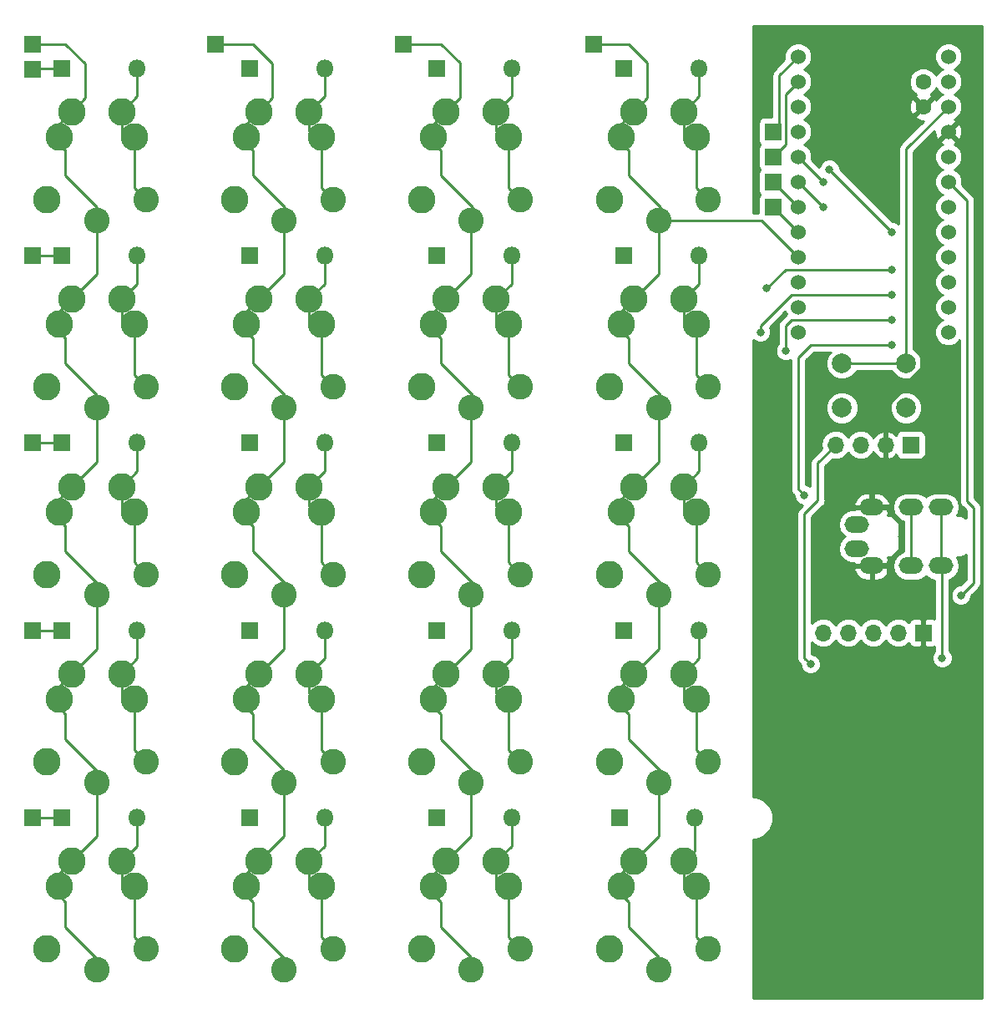
<source format=gbr>
G04 #@! TF.GenerationSoftware,KiCad,Pcbnew,5.0.2-bee76a0~70~ubuntu16.04.1*
G04 #@! TF.CreationDate,2019-02-17T20:15:13+09:00*
G04 #@! TF.ProjectId,msykbd,6d73796b-6264-42e6-9b69-6361645f7063,rev?*
G04 #@! TF.SameCoordinates,Original*
G04 #@! TF.FileFunction,Copper,L1,Top*
G04 #@! TF.FilePolarity,Positive*
%FSLAX46Y46*%
G04 Gerber Fmt 4.6, Leading zero omitted, Abs format (unit mm)*
G04 Created by KiCad (PCBNEW 5.0.2-bee76a0~70~ubuntu16.04.1) date 2019年02月17日 20時15分13秒*
%MOMM*%
%LPD*%
G01*
G04 APERTURE LIST*
G04 #@! TA.AperFunction,ComponentPad*
%ADD10R,1.700000X1.700000*%
G04 #@! TD*
G04 #@! TA.AperFunction,ComponentPad*
%ADD11O,1.700000X1.700000*%
G04 #@! TD*
G04 #@! TA.AperFunction,ComponentPad*
%ADD12R,1.800000X1.800000*%
G04 #@! TD*
G04 #@! TA.AperFunction,ComponentPad*
%ADD13O,1.800000X1.800000*%
G04 #@! TD*
G04 #@! TA.AperFunction,ComponentPad*
%ADD14O,2.500000X1.700000*%
G04 #@! TD*
G04 #@! TA.AperFunction,ComponentPad*
%ADD15C,1.524000*%
G04 #@! TD*
G04 #@! TA.AperFunction,ComponentPad*
%ADD16C,2.800000*%
G04 #@! TD*
G04 #@! TA.AperFunction,ComponentPad*
%ADD17C,2.600000*%
G04 #@! TD*
G04 #@! TA.AperFunction,ComponentPad*
%ADD18C,1.600000*%
G04 #@! TD*
G04 #@! TA.AperFunction,ComponentPad*
%ADD19C,2.000000*%
G04 #@! TD*
G04 #@! TA.AperFunction,ViaPad*
%ADD20C,0.800000*%
G04 #@! TD*
G04 #@! TA.AperFunction,Conductor*
%ADD21C,0.500000*%
G04 #@! TD*
G04 #@! TA.AperFunction,Conductor*
%ADD22C,0.250000*%
G04 #@! TD*
G04 #@! TA.AperFunction,Conductor*
%ADD23C,0.254000*%
G04 #@! TD*
G04 APERTURE END LIST*
D10*
G04 #@! TO.P,J19,1*
G04 #@! TO.N,+5V*
X123345000Y-92230000D03*
D11*
G04 #@! TO.P,J19,2*
G04 #@! TO.N,/ADC3*
X120805000Y-92230000D03*
G04 #@! TO.P,J19,3*
G04 #@! TO.N,/ADC2*
X118265000Y-92230000D03*
G04 #@! TO.P,J19,4*
G04 #@! TO.N,/ADC1*
X115725000Y-92230000D03*
G04 #@! TO.P,J19,5*
G04 #@! TO.N,GND*
X113185000Y-92230000D03*
G04 #@! TD*
D12*
G04 #@! TO.P,D10,1*
G04 #@! TO.N,/ROW4*
X55000000Y-35000000D03*
D13*
G04 #@! TO.P,D10,2*
G04 #@! TO.N,Net-(D10-Pad2)*
X62620000Y-35000000D03*
G04 #@! TD*
D14*
G04 #@! TO.P,J14,A*
G04 #@! TO.N,GND*
X116625000Y-81240000D03*
G04 #@! TO.P,J14,D*
G04 #@! TO.N,+5V*
X118125000Y-85440000D03*
G04 #@! TO.P,J14,C*
G04 #@! TO.N,/SCL*
X122125000Y-85440000D03*
G04 #@! TO.P,J14,B*
G04 #@! TO.N,/SDA*
X125125000Y-85440000D03*
G04 #@! TO.P,J14,C*
G04 #@! TO.N,/SCL*
X122125000Y-79490000D03*
G04 #@! TO.P,J14,B*
G04 #@! TO.N,/SDA*
X125125000Y-79490000D03*
G04 #@! TO.P,J14,A*
G04 #@! TO.N,GND*
X116625000Y-83690000D03*
G04 #@! TO.P,J14,D*
G04 #@! TO.N,+5V*
X118125000Y-79490000D03*
G04 #@! TD*
D15*
G04 #@! TO.P,U1,24*
G04 #@! TO.N,Net-(U1-Pad24)*
X125885000Y-33810000D03*
G04 #@! TO.P,U1,23*
G04 #@! TO.N,GND*
X125885000Y-36350000D03*
G04 #@! TO.P,U1,22*
G04 #@! TO.N,/nRST*
X125885000Y-38890000D03*
G04 #@! TO.P,U1,21*
G04 #@! TO.N,+5V*
X125885000Y-41430000D03*
G04 #@! TO.P,U1,20*
G04 #@! TO.N,/ADC3*
X125885000Y-43970000D03*
G04 #@! TO.P,U1,19*
G04 #@! TO.N,/ADC2*
X125885000Y-46510000D03*
G04 #@! TO.P,U1,18*
G04 #@! TO.N,/ADC1*
X125885000Y-49050000D03*
G04 #@! TO.P,U1,17*
G04 #@! TO.N,/ROW4*
X125885000Y-51590000D03*
G04 #@! TO.P,U1,16*
G04 #@! TO.N,/ROW3*
X125885000Y-54130000D03*
G04 #@! TO.P,U1,15*
G04 #@! TO.N,/ROW2*
X125885000Y-56670000D03*
G04 #@! TO.P,U1,14*
G04 #@! TO.N,/ROW1*
X125885000Y-59210000D03*
G04 #@! TO.P,U1,13*
G04 #@! TO.N,/ROW0*
X125885000Y-61750000D03*
G04 #@! TO.P,U1,12*
G04 #@! TO.N,/COL0*
X110645000Y-61750000D03*
G04 #@! TO.P,U1,11*
G04 #@! TO.N,/COL1*
X110645000Y-59210000D03*
G04 #@! TO.P,U1,10*
G04 #@! TO.N,/COL2*
X110645000Y-56670000D03*
G04 #@! TO.P,U1,9*
G04 #@! TO.N,/COL3*
X110645000Y-54130000D03*
G04 #@! TO.P,U1,8*
G04 #@! TO.N,/COL4*
X110645000Y-51590000D03*
G04 #@! TO.P,U1,7*
G04 #@! TO.N,/COL5*
X110645000Y-49050000D03*
G04 #@! TO.P,U1,6*
G04 #@! TO.N,/SCL*
X110645000Y-46510000D03*
G04 #@! TO.P,U1,5*
G04 #@! TO.N,/SDA*
X110645000Y-43970000D03*
G04 #@! TO.P,U1,4*
G04 #@! TO.N,GND*
X110645000Y-41430000D03*
G04 #@! TO.P,U1,3*
X110645000Y-38890000D03*
G04 #@! TO.P,U1,2*
G04 #@! TO.N,/COL6*
X110645000Y-36350000D03*
G04 #@! TO.P,U1,1*
G04 #@! TO.N,/COL7*
X110645000Y-33810000D03*
G04 #@! TD*
D16*
G04 #@! TO.P,SW15,1*
G04 #@! TO.N,/COL2*
X73690000Y-60960000D03*
G04 #@! TO.P,SW15,2*
G04 #@! TO.N,Net-(D14-Pad2)*
X81310000Y-60960000D03*
G04 #@! TO.P,SW15,1*
G04 #@! TO.N,/COL2*
X74960000Y-58420000D03*
G04 #@! TO.P,SW15,2*
G04 #@! TO.N,Net-(D14-Pad2)*
X80040000Y-58420000D03*
X72500000Y-67300000D03*
D17*
G04 #@! TO.P,SW15,1*
G04 #@! TO.N,/COL2*
X77500000Y-69400000D03*
G04 #@! TO.P,SW15,2*
G04 #@! TO.N,Net-(D14-Pad2)*
X82500000Y-67300000D03*
G04 #@! TD*
D16*
G04 #@! TO.P,SW3,1*
G04 #@! TO.N,/COL0*
X35690000Y-98960000D03*
G04 #@! TO.P,SW3,2*
G04 #@! TO.N,Net-(D2-Pad2)*
X43310000Y-98960000D03*
G04 #@! TO.P,SW3,1*
G04 #@! TO.N,/COL0*
X36960000Y-96420000D03*
G04 #@! TO.P,SW3,2*
G04 #@! TO.N,Net-(D2-Pad2)*
X42040000Y-96420000D03*
X34500000Y-105300000D03*
D17*
G04 #@! TO.P,SW3,1*
G04 #@! TO.N,/COL0*
X39500000Y-107400000D03*
G04 #@! TO.P,SW3,2*
G04 #@! TO.N,Net-(D2-Pad2)*
X44500000Y-105300000D03*
G04 #@! TD*
D16*
G04 #@! TO.P,SW19,1*
G04 #@! TO.N,/COL3*
X92690000Y-79960000D03*
G04 #@! TO.P,SW19,2*
G04 #@! TO.N,Net-(D18-Pad2)*
X100310000Y-79960000D03*
G04 #@! TO.P,SW19,1*
G04 #@! TO.N,/COL3*
X93960000Y-77420000D03*
G04 #@! TO.P,SW19,2*
G04 #@! TO.N,Net-(D18-Pad2)*
X99040000Y-77420000D03*
X91500000Y-86300000D03*
D17*
G04 #@! TO.P,SW19,1*
G04 #@! TO.N,/COL3*
X96500000Y-88400000D03*
G04 #@! TO.P,SW19,2*
G04 #@! TO.N,Net-(D18-Pad2)*
X101500000Y-86300000D03*
G04 #@! TD*
D16*
G04 #@! TO.P,SW2,1*
G04 #@! TO.N,/COL0*
X35690000Y-117960000D03*
G04 #@! TO.P,SW2,2*
G04 #@! TO.N,Net-(D1-Pad2)*
X43310000Y-117960000D03*
G04 #@! TO.P,SW2,1*
G04 #@! TO.N,/COL0*
X36960000Y-115420000D03*
G04 #@! TO.P,SW2,2*
G04 #@! TO.N,Net-(D1-Pad2)*
X42040000Y-115420000D03*
X34500000Y-124300000D03*
D17*
G04 #@! TO.P,SW2,1*
G04 #@! TO.N,/COL0*
X39500000Y-126400000D03*
G04 #@! TO.P,SW2,2*
G04 #@! TO.N,Net-(D1-Pad2)*
X44500000Y-124300000D03*
G04 #@! TD*
D16*
G04 #@! TO.P,SW4,1*
G04 #@! TO.N,/COL0*
X35690000Y-79960000D03*
G04 #@! TO.P,SW4,2*
G04 #@! TO.N,Net-(D3-Pad2)*
X43310000Y-79960000D03*
G04 #@! TO.P,SW4,1*
G04 #@! TO.N,/COL0*
X36960000Y-77420000D03*
G04 #@! TO.P,SW4,2*
G04 #@! TO.N,Net-(D3-Pad2)*
X42040000Y-77420000D03*
X34500000Y-86300000D03*
D17*
G04 #@! TO.P,SW4,1*
G04 #@! TO.N,/COL0*
X39500000Y-88400000D03*
G04 #@! TO.P,SW4,2*
G04 #@! TO.N,Net-(D3-Pad2)*
X44500000Y-86300000D03*
G04 #@! TD*
D16*
G04 #@! TO.P,SW5,1*
G04 #@! TO.N,/COL0*
X35690000Y-60960000D03*
G04 #@! TO.P,SW5,2*
G04 #@! TO.N,Net-(D4-Pad2)*
X43310000Y-60960000D03*
G04 #@! TO.P,SW5,1*
G04 #@! TO.N,/COL0*
X36960000Y-58420000D03*
G04 #@! TO.P,SW5,2*
G04 #@! TO.N,Net-(D4-Pad2)*
X42040000Y-58420000D03*
X34500000Y-67300000D03*
D17*
G04 #@! TO.P,SW5,1*
G04 #@! TO.N,/COL0*
X39500000Y-69400000D03*
G04 #@! TO.P,SW5,2*
G04 #@! TO.N,Net-(D4-Pad2)*
X44500000Y-67300000D03*
G04 #@! TD*
D16*
G04 #@! TO.P,SW6,1*
G04 #@! TO.N,/COL0*
X35690000Y-41960000D03*
G04 #@! TO.P,SW6,2*
G04 #@! TO.N,Net-(D5-Pad2)*
X43310000Y-41960000D03*
G04 #@! TO.P,SW6,1*
G04 #@! TO.N,/COL0*
X36960000Y-39420000D03*
G04 #@! TO.P,SW6,2*
G04 #@! TO.N,Net-(D5-Pad2)*
X42040000Y-39420000D03*
X34500000Y-48300000D03*
D17*
G04 #@! TO.P,SW6,1*
G04 #@! TO.N,/COL0*
X39500000Y-50400000D03*
G04 #@! TO.P,SW6,2*
G04 #@! TO.N,Net-(D5-Pad2)*
X44500000Y-48300000D03*
G04 #@! TD*
D16*
G04 #@! TO.P,SW7,1*
G04 #@! TO.N,/COL1*
X54690000Y-117960000D03*
G04 #@! TO.P,SW7,2*
G04 #@! TO.N,Net-(D6-Pad2)*
X62310000Y-117960000D03*
G04 #@! TO.P,SW7,1*
G04 #@! TO.N,/COL1*
X55960000Y-115420000D03*
G04 #@! TO.P,SW7,2*
G04 #@! TO.N,Net-(D6-Pad2)*
X61040000Y-115420000D03*
X53500000Y-124300000D03*
D17*
G04 #@! TO.P,SW7,1*
G04 #@! TO.N,/COL1*
X58500000Y-126400000D03*
G04 #@! TO.P,SW7,2*
G04 #@! TO.N,Net-(D6-Pad2)*
X63500000Y-124300000D03*
G04 #@! TD*
D16*
G04 #@! TO.P,SW8,1*
G04 #@! TO.N,/COL1*
X54690000Y-98960000D03*
G04 #@! TO.P,SW8,2*
G04 #@! TO.N,Net-(D7-Pad2)*
X62310000Y-98960000D03*
G04 #@! TO.P,SW8,1*
G04 #@! TO.N,/COL1*
X55960000Y-96420000D03*
G04 #@! TO.P,SW8,2*
G04 #@! TO.N,Net-(D7-Pad2)*
X61040000Y-96420000D03*
X53500000Y-105300000D03*
D17*
G04 #@! TO.P,SW8,1*
G04 #@! TO.N,/COL1*
X58500000Y-107400000D03*
G04 #@! TO.P,SW8,2*
G04 #@! TO.N,Net-(D7-Pad2)*
X63500000Y-105300000D03*
G04 #@! TD*
D16*
G04 #@! TO.P,SW9,1*
G04 #@! TO.N,/COL1*
X54690000Y-79960000D03*
G04 #@! TO.P,SW9,2*
G04 #@! TO.N,Net-(D8-Pad2)*
X62310000Y-79960000D03*
G04 #@! TO.P,SW9,1*
G04 #@! TO.N,/COL1*
X55960000Y-77420000D03*
G04 #@! TO.P,SW9,2*
G04 #@! TO.N,Net-(D8-Pad2)*
X61040000Y-77420000D03*
X53500000Y-86300000D03*
D17*
G04 #@! TO.P,SW9,1*
G04 #@! TO.N,/COL1*
X58500000Y-88400000D03*
G04 #@! TO.P,SW9,2*
G04 #@! TO.N,Net-(D8-Pad2)*
X63500000Y-86300000D03*
G04 #@! TD*
D16*
G04 #@! TO.P,SW10,1*
G04 #@! TO.N,/COL1*
X54690000Y-60960000D03*
G04 #@! TO.P,SW10,2*
G04 #@! TO.N,Net-(D9-Pad2)*
X62310000Y-60960000D03*
G04 #@! TO.P,SW10,1*
G04 #@! TO.N,/COL1*
X55960000Y-58420000D03*
G04 #@! TO.P,SW10,2*
G04 #@! TO.N,Net-(D9-Pad2)*
X61040000Y-58420000D03*
X53500000Y-67300000D03*
D17*
G04 #@! TO.P,SW10,1*
G04 #@! TO.N,/COL1*
X58500000Y-69400000D03*
G04 #@! TO.P,SW10,2*
G04 #@! TO.N,Net-(D9-Pad2)*
X63500000Y-67300000D03*
G04 #@! TD*
D16*
G04 #@! TO.P,SW11,1*
G04 #@! TO.N,/COL1*
X54690000Y-41960000D03*
G04 #@! TO.P,SW11,2*
G04 #@! TO.N,Net-(D10-Pad2)*
X62310000Y-41960000D03*
G04 #@! TO.P,SW11,1*
G04 #@! TO.N,/COL1*
X55960000Y-39420000D03*
G04 #@! TO.P,SW11,2*
G04 #@! TO.N,Net-(D10-Pad2)*
X61040000Y-39420000D03*
X53500000Y-48300000D03*
D17*
G04 #@! TO.P,SW11,1*
G04 #@! TO.N,/COL1*
X58500000Y-50400000D03*
G04 #@! TO.P,SW11,2*
G04 #@! TO.N,Net-(D10-Pad2)*
X63500000Y-48300000D03*
G04 #@! TD*
D16*
G04 #@! TO.P,SW12,1*
G04 #@! TO.N,/COL2*
X73690000Y-117960000D03*
G04 #@! TO.P,SW12,2*
G04 #@! TO.N,Net-(D11-Pad2)*
X81310000Y-117960000D03*
G04 #@! TO.P,SW12,1*
G04 #@! TO.N,/COL2*
X74960000Y-115420000D03*
G04 #@! TO.P,SW12,2*
G04 #@! TO.N,Net-(D11-Pad2)*
X80040000Y-115420000D03*
X72500000Y-124300000D03*
D17*
G04 #@! TO.P,SW12,1*
G04 #@! TO.N,/COL2*
X77500000Y-126400000D03*
G04 #@! TO.P,SW12,2*
G04 #@! TO.N,Net-(D11-Pad2)*
X82500000Y-124300000D03*
G04 #@! TD*
D16*
G04 #@! TO.P,SW13,1*
G04 #@! TO.N,/COL2*
X73690000Y-98960000D03*
G04 #@! TO.P,SW13,2*
G04 #@! TO.N,Net-(D12-Pad2)*
X81310000Y-98960000D03*
G04 #@! TO.P,SW13,1*
G04 #@! TO.N,/COL2*
X74960000Y-96420000D03*
G04 #@! TO.P,SW13,2*
G04 #@! TO.N,Net-(D12-Pad2)*
X80040000Y-96420000D03*
X72500000Y-105300000D03*
D17*
G04 #@! TO.P,SW13,1*
G04 #@! TO.N,/COL2*
X77500000Y-107400000D03*
G04 #@! TO.P,SW13,2*
G04 #@! TO.N,Net-(D12-Pad2)*
X82500000Y-105300000D03*
G04 #@! TD*
D16*
G04 #@! TO.P,SW14,1*
G04 #@! TO.N,/COL2*
X73690000Y-79960000D03*
G04 #@! TO.P,SW14,2*
G04 #@! TO.N,Net-(D13-Pad2)*
X81310000Y-79960000D03*
G04 #@! TO.P,SW14,1*
G04 #@! TO.N,/COL2*
X74960000Y-77420000D03*
G04 #@! TO.P,SW14,2*
G04 #@! TO.N,Net-(D13-Pad2)*
X80040000Y-77420000D03*
X72500000Y-86300000D03*
D17*
G04 #@! TO.P,SW14,1*
G04 #@! TO.N,/COL2*
X77500000Y-88400000D03*
G04 #@! TO.P,SW14,2*
G04 #@! TO.N,Net-(D13-Pad2)*
X82500000Y-86300000D03*
G04 #@! TD*
D16*
G04 #@! TO.P,SW16,1*
G04 #@! TO.N,/COL2*
X73690000Y-41960000D03*
G04 #@! TO.P,SW16,2*
G04 #@! TO.N,Net-(D15-Pad2)*
X81310000Y-41960000D03*
G04 #@! TO.P,SW16,1*
G04 #@! TO.N,/COL2*
X74960000Y-39420000D03*
G04 #@! TO.P,SW16,2*
G04 #@! TO.N,Net-(D15-Pad2)*
X80040000Y-39420000D03*
X72500000Y-48300000D03*
D17*
G04 #@! TO.P,SW16,1*
G04 #@! TO.N,/COL2*
X77500000Y-50400000D03*
G04 #@! TO.P,SW16,2*
G04 #@! TO.N,Net-(D15-Pad2)*
X82500000Y-48300000D03*
G04 #@! TD*
D16*
G04 #@! TO.P,SW17,1*
G04 #@! TO.N,/COL3*
X92690000Y-117960000D03*
G04 #@! TO.P,SW17,2*
G04 #@! TO.N,Net-(D16-Pad2)*
X100310000Y-117960000D03*
G04 #@! TO.P,SW17,1*
G04 #@! TO.N,/COL3*
X93960000Y-115420000D03*
G04 #@! TO.P,SW17,2*
G04 #@! TO.N,Net-(D16-Pad2)*
X99040000Y-115420000D03*
X91500000Y-124300000D03*
D17*
G04 #@! TO.P,SW17,1*
G04 #@! TO.N,/COL3*
X96500000Y-126400000D03*
G04 #@! TO.P,SW17,2*
G04 #@! TO.N,Net-(D16-Pad2)*
X101500000Y-124300000D03*
G04 #@! TD*
D16*
G04 #@! TO.P,SW18,1*
G04 #@! TO.N,/COL3*
X92690000Y-98960000D03*
G04 #@! TO.P,SW18,2*
G04 #@! TO.N,Net-(D17-Pad2)*
X100310000Y-98960000D03*
G04 #@! TO.P,SW18,1*
G04 #@! TO.N,/COL3*
X93960000Y-96420000D03*
G04 #@! TO.P,SW18,2*
G04 #@! TO.N,Net-(D17-Pad2)*
X99040000Y-96420000D03*
X91500000Y-105300000D03*
D17*
G04 #@! TO.P,SW18,1*
G04 #@! TO.N,/COL3*
X96500000Y-107400000D03*
G04 #@! TO.P,SW18,2*
G04 #@! TO.N,Net-(D17-Pad2)*
X101500000Y-105300000D03*
G04 #@! TD*
D16*
G04 #@! TO.P,SW20,1*
G04 #@! TO.N,/COL3*
X92690000Y-60960000D03*
G04 #@! TO.P,SW20,2*
G04 #@! TO.N,Net-(D19-Pad2)*
X100310000Y-60960000D03*
G04 #@! TO.P,SW20,1*
G04 #@! TO.N,/COL3*
X93960000Y-58420000D03*
G04 #@! TO.P,SW20,2*
G04 #@! TO.N,Net-(D19-Pad2)*
X99040000Y-58420000D03*
X91500000Y-67300000D03*
D17*
G04 #@! TO.P,SW20,1*
G04 #@! TO.N,/COL3*
X96500000Y-69400000D03*
G04 #@! TO.P,SW20,2*
G04 #@! TO.N,Net-(D19-Pad2)*
X101500000Y-67300000D03*
G04 #@! TD*
D16*
G04 #@! TO.P,SW21,1*
G04 #@! TO.N,/COL3*
X92690000Y-41960000D03*
G04 #@! TO.P,SW21,2*
G04 #@! TO.N,Net-(D20-Pad2)*
X100310000Y-41960000D03*
G04 #@! TO.P,SW21,1*
G04 #@! TO.N,/COL3*
X93960000Y-39420000D03*
G04 #@! TO.P,SW21,2*
G04 #@! TO.N,Net-(D20-Pad2)*
X99040000Y-39420000D03*
X91500000Y-48300000D03*
D17*
G04 #@! TO.P,SW21,1*
G04 #@! TO.N,/COL3*
X96500000Y-50400000D03*
G04 #@! TO.P,SW21,2*
G04 #@! TO.N,Net-(D20-Pad2)*
X101500000Y-48300000D03*
G04 #@! TD*
D18*
G04 #@! TO.P,C1,2*
G04 #@! TO.N,GND*
X123345000Y-36390000D03*
G04 #@! TO.P,C1,1*
G04 #@! TO.N,+5V*
X123345000Y-38890000D03*
G04 #@! TD*
D13*
G04 #@! TO.P,D1,2*
G04 #@! TO.N,Net-(D1-Pad2)*
X43620000Y-111000000D03*
D12*
G04 #@! TO.P,D1,1*
G04 #@! TO.N,/ROW0*
X36000000Y-111000000D03*
G04 #@! TD*
G04 #@! TO.P,D2,1*
G04 #@! TO.N,/ROW1*
X36000000Y-92000000D03*
D13*
G04 #@! TO.P,D2,2*
G04 #@! TO.N,Net-(D2-Pad2)*
X43620000Y-92000000D03*
G04 #@! TD*
D12*
G04 #@! TO.P,D3,1*
G04 #@! TO.N,/ROW2*
X36000000Y-73000000D03*
D13*
G04 #@! TO.P,D3,2*
G04 #@! TO.N,Net-(D3-Pad2)*
X43620000Y-73000000D03*
G04 #@! TD*
D12*
G04 #@! TO.P,D4,1*
G04 #@! TO.N,/ROW3*
X36000000Y-54000000D03*
D13*
G04 #@! TO.P,D4,2*
G04 #@! TO.N,Net-(D4-Pad2)*
X43620000Y-54000000D03*
G04 #@! TD*
D12*
G04 #@! TO.P,D5,1*
G04 #@! TO.N,/ROW4*
X36000000Y-35000000D03*
D13*
G04 #@! TO.P,D5,2*
G04 #@! TO.N,Net-(D5-Pad2)*
X43620000Y-35000000D03*
G04 #@! TD*
D12*
G04 #@! TO.P,D6,1*
G04 #@! TO.N,/ROW0*
X55000000Y-111000000D03*
D13*
G04 #@! TO.P,D6,2*
G04 #@! TO.N,Net-(D6-Pad2)*
X62620000Y-111000000D03*
G04 #@! TD*
G04 #@! TO.P,D7,2*
G04 #@! TO.N,Net-(D7-Pad2)*
X62620000Y-92000000D03*
D12*
G04 #@! TO.P,D7,1*
G04 #@! TO.N,/ROW1*
X55000000Y-92000000D03*
G04 #@! TD*
D13*
G04 #@! TO.P,D8,2*
G04 #@! TO.N,Net-(D8-Pad2)*
X62620000Y-73000000D03*
D12*
G04 #@! TO.P,D8,1*
G04 #@! TO.N,/ROW2*
X55000000Y-73000000D03*
G04 #@! TD*
G04 #@! TO.P,D9,1*
G04 #@! TO.N,/ROW3*
X55000000Y-54000000D03*
D13*
G04 #@! TO.P,D9,2*
G04 #@! TO.N,Net-(D9-Pad2)*
X62620000Y-54000000D03*
G04 #@! TD*
G04 #@! TO.P,D11,2*
G04 #@! TO.N,Net-(D11-Pad2)*
X81620000Y-111000000D03*
D12*
G04 #@! TO.P,D11,1*
G04 #@! TO.N,/ROW0*
X74000000Y-111000000D03*
G04 #@! TD*
G04 #@! TO.P,D12,1*
G04 #@! TO.N,/ROW1*
X74000000Y-92000000D03*
D13*
G04 #@! TO.P,D12,2*
G04 #@! TO.N,Net-(D12-Pad2)*
X81620000Y-92000000D03*
G04 #@! TD*
D12*
G04 #@! TO.P,D13,1*
G04 #@! TO.N,/ROW2*
X74000000Y-73000000D03*
D13*
G04 #@! TO.P,D13,2*
G04 #@! TO.N,Net-(D13-Pad2)*
X81620000Y-73000000D03*
G04 #@! TD*
G04 #@! TO.P,D14,2*
G04 #@! TO.N,Net-(D14-Pad2)*
X81620000Y-54000000D03*
D12*
G04 #@! TO.P,D14,1*
G04 #@! TO.N,/ROW3*
X74000000Y-54000000D03*
G04 #@! TD*
D13*
G04 #@! TO.P,D15,2*
G04 #@! TO.N,Net-(D15-Pad2)*
X81620000Y-35000000D03*
D12*
G04 #@! TO.P,D15,1*
G04 #@! TO.N,/ROW4*
X74000000Y-35000000D03*
G04 #@! TD*
D13*
G04 #@! TO.P,D16,2*
G04 #@! TO.N,Net-(D16-Pad2)*
X100120000Y-111000000D03*
D12*
G04 #@! TO.P,D16,1*
G04 #@! TO.N,/ROW0*
X92500000Y-111000000D03*
G04 #@! TD*
D13*
G04 #@! TO.P,D17,2*
G04 #@! TO.N,Net-(D17-Pad2)*
X100620000Y-92000000D03*
D12*
G04 #@! TO.P,D17,1*
G04 #@! TO.N,/ROW1*
X93000000Y-92000000D03*
G04 #@! TD*
D13*
G04 #@! TO.P,D18,2*
G04 #@! TO.N,Net-(D18-Pad2)*
X100620000Y-73000000D03*
D12*
G04 #@! TO.P,D18,1*
G04 #@! TO.N,/ROW2*
X93000000Y-73000000D03*
G04 #@! TD*
G04 #@! TO.P,D19,1*
G04 #@! TO.N,/ROW3*
X93000000Y-54000000D03*
D13*
G04 #@! TO.P,D19,2*
G04 #@! TO.N,Net-(D19-Pad2)*
X100620000Y-54000000D03*
G04 #@! TD*
G04 #@! TO.P,D20,2*
G04 #@! TO.N,Net-(D20-Pad2)*
X100620000Y-35000000D03*
D12*
G04 #@! TO.P,D20,1*
G04 #@! TO.N,/ROW4*
X93000000Y-35000000D03*
G04 #@! TD*
D10*
G04 #@! TO.P,J1,1*
G04 #@! TO.N,/ROW0*
X33000000Y-111000000D03*
G04 #@! TD*
G04 #@! TO.P,J2,1*
G04 #@! TO.N,/ROW1*
X33048000Y-92000000D03*
G04 #@! TD*
G04 #@! TO.P,J3,1*
G04 #@! TO.N,/ROW2*
X33048000Y-73000000D03*
G04 #@! TD*
G04 #@! TO.P,J4,1*
G04 #@! TO.N,/ROW3*
X33048000Y-54000000D03*
G04 #@! TD*
G04 #@! TO.P,J5,1*
G04 #@! TO.N,/ROW4*
X33048000Y-35080000D03*
G04 #@! TD*
G04 #@! TO.P,J6,1*
G04 #@! TO.N,/COL0*
X33048000Y-32540000D03*
G04 #@! TD*
G04 #@! TO.P,J7,1*
G04 #@! TO.N,/COL1*
X51590000Y-32540000D03*
G04 #@! TD*
G04 #@! TO.P,J8,1*
G04 #@! TO.N,/COL2*
X70640000Y-32540000D03*
G04 #@! TD*
G04 #@! TO.P,J9,1*
G04 #@! TO.N,/COL3*
X89944000Y-32540000D03*
G04 #@! TD*
G04 #@! TO.P,J10,1*
G04 #@! TO.N,/COL4*
X108105000Y-49050000D03*
G04 #@! TD*
G04 #@! TO.P,J11,1*
G04 #@! TO.N,/COL5*
X108105000Y-46510000D03*
G04 #@! TD*
G04 #@! TO.P,J12,1*
G04 #@! TO.N,/COL6*
X108105000Y-43970000D03*
G04 #@! TD*
G04 #@! TO.P,J13,1*
G04 #@! TO.N,/COL7*
X108105000Y-41430000D03*
G04 #@! TD*
G04 #@! TO.P,J15,1*
G04 #@! TO.N,GND*
X122075000Y-73180000D03*
D11*
G04 #@! TO.P,J15,2*
G04 #@! TO.N,+5V*
X119535000Y-73180000D03*
G04 #@! TO.P,J15,3*
G04 #@! TO.N,/SCL*
X116995000Y-73180000D03*
G04 #@! TO.P,J15,4*
G04 #@! TO.N,/SDA*
X114455000Y-73180000D03*
G04 #@! TD*
D19*
G04 #@! TO.P,SW1,2*
G04 #@! TO.N,GND*
X115090000Y-69425000D03*
G04 #@! TO.P,SW1,1*
G04 #@! TO.N,/nRST*
X115090000Y-64925000D03*
G04 #@! TO.P,SW1,2*
G04 #@! TO.N,GND*
X121590000Y-69425000D03*
G04 #@! TO.P,SW1,1*
G04 #@! TO.N,/nRST*
X121590000Y-64925000D03*
G04 #@! TD*
D20*
G04 #@! TO.N,/ROW0*
X120170000Y-63020000D03*
X111280000Y-78260000D03*
G04 #@! TO.N,/ROW1*
X120170000Y-60480000D03*
X109375000Y-63655000D03*
G04 #@! TO.N,/ROW2*
X120170000Y-57940000D03*
X106835000Y-61750000D03*
G04 #@! TO.N,/ROW3*
X120170000Y-55400000D03*
X107470000Y-57305000D03*
G04 #@! TO.N,/ROW4*
X120170000Y-51590000D03*
X113820000Y-45240000D03*
G04 #@! TO.N,/SCL*
X113185000Y-49050000D03*
G04 #@! TO.N,/SDA*
X113185000Y-46510000D03*
X111915000Y-95405000D03*
X125250000Y-94770000D03*
G04 #@! TO.N,/ADC2*
X127155000Y-88420000D03*
G04 #@! TD*
D21*
G04 #@! TO.N,+5V*
X125885000Y-41430000D02*
X123266800Y-44048200D01*
X123266800Y-44048200D02*
X123266800Y-65480000D01*
X123266800Y-65480000D02*
X119535000Y-69211800D01*
X119535000Y-69211800D02*
X119535000Y-73180000D01*
X119535000Y-73180000D02*
X119535000Y-74580300D01*
X118840400Y-79490000D02*
X119925300Y-79490000D01*
X118125000Y-79490000D02*
X118840400Y-79490000D01*
X123345000Y-92230000D02*
X123345000Y-90829700D01*
X123345000Y-90829700D02*
X119925300Y-87410000D01*
X119925300Y-87410000D02*
X119925300Y-85440000D01*
X118125000Y-85440000D02*
X119925300Y-85440000D01*
X119925300Y-79490000D02*
X119925300Y-79934100D01*
X119925300Y-79934100D02*
X121080900Y-81089700D01*
X121080900Y-81089700D02*
X121080900Y-83870300D01*
X121080900Y-83870300D02*
X119925300Y-85025900D01*
X119925300Y-85025900D02*
X119925300Y-85440000D01*
X118125000Y-75990300D02*
X118125000Y-79490000D01*
X119535000Y-74580300D02*
X118125000Y-75990300D01*
D22*
G04 #@! TO.N,Net-(D1-Pad2)*
X43310000Y-117960000D02*
X43310000Y-123110000D01*
X43310000Y-123110000D02*
X44500000Y-124300000D01*
X42040000Y-115420000D02*
X42040000Y-117400000D01*
X42040000Y-117400000D02*
X42600100Y-117960000D01*
X42600100Y-117960000D02*
X43310000Y-117960000D01*
X43620000Y-111000000D02*
X43620000Y-113840000D01*
X43620000Y-113840000D02*
X42040000Y-115420000D01*
G04 #@! TO.N,/ROW0*
X33000000Y-111000000D02*
X36000000Y-111000000D01*
X110645000Y-64290000D02*
X110645000Y-77625000D01*
X111915000Y-63020000D02*
X110645000Y-64290000D01*
X110645000Y-77625000D02*
X111280000Y-78260000D01*
X120170000Y-63020000D02*
X111915000Y-63020000D01*
G04 #@! TO.N,/ROW1*
X33048000Y-92000000D02*
X36000000Y-92000000D01*
X109375000Y-61115000D02*
X109375000Y-63655000D01*
X110010000Y-60480000D02*
X109375000Y-61115000D01*
X120170000Y-60480000D02*
X110010000Y-60480000D01*
G04 #@! TO.N,Net-(D2-Pad2)*
X43310000Y-98960000D02*
X43310000Y-104110000D01*
X43310000Y-104110000D02*
X44500000Y-105300000D01*
X42040000Y-96420000D02*
X42040000Y-98399900D01*
X42040000Y-98399900D02*
X42600100Y-98960000D01*
X42600100Y-98960000D02*
X43310000Y-98960000D01*
X43620000Y-92000000D02*
X43620000Y-94840000D01*
X43620000Y-94840000D02*
X42040000Y-96420000D01*
G04 #@! TO.N,/ROW2*
X36000000Y-73000000D02*
X33048000Y-73000000D01*
X120170000Y-57940000D02*
X110645000Y-57940000D01*
X110645000Y-57940000D02*
X110010000Y-57940000D01*
X110010000Y-57940000D02*
X106835000Y-61115000D01*
X106835000Y-61115000D02*
X106835000Y-61750000D01*
G04 #@! TO.N,Net-(D3-Pad2)*
X43310000Y-79960000D02*
X43310000Y-85110000D01*
X43310000Y-85110000D02*
X44500000Y-86300000D01*
X42040000Y-77420000D02*
X42040000Y-79399900D01*
X42040000Y-79399900D02*
X42600100Y-79960000D01*
X42600100Y-79960000D02*
X43310000Y-79960000D01*
X43620000Y-73000000D02*
X43620000Y-75840000D01*
X43620000Y-75840000D02*
X42040000Y-77420000D01*
G04 #@! TO.N,/ROW3*
X36000000Y-54000000D02*
X33048000Y-54000000D01*
X120170000Y-55400000D02*
X110645000Y-55400000D01*
X110645000Y-55400000D02*
X110010000Y-55400000D01*
X110010000Y-55400000D02*
X109375000Y-55400000D01*
X109375000Y-55400000D02*
X107470000Y-57305000D01*
G04 #@! TO.N,Net-(D4-Pad2)*
X43310000Y-60960000D02*
X43310000Y-66110000D01*
X43310000Y-66110000D02*
X44500000Y-67300000D01*
X42040000Y-58420000D02*
X42040000Y-60399900D01*
X42040000Y-60399900D02*
X42600100Y-60960000D01*
X42600100Y-60960000D02*
X43310000Y-60960000D01*
X43620000Y-54000000D02*
X43620000Y-56840000D01*
X43620000Y-56840000D02*
X42040000Y-58420000D01*
G04 #@! TO.N,/ROW4*
X36000000Y-35000000D02*
X33128000Y-35000000D01*
X33128000Y-35000000D02*
X33048000Y-35080000D01*
X113820000Y-45240000D02*
X120170000Y-51590000D01*
G04 #@! TO.N,Net-(D5-Pad2)*
X43620000Y-35000000D02*
X43620000Y-37840000D01*
X43620000Y-37840000D02*
X42040000Y-39420000D01*
X42040000Y-39420000D02*
X42040000Y-41399900D01*
X42040000Y-41399900D02*
X42600100Y-41960000D01*
X42600100Y-41960000D02*
X43310000Y-41960000D01*
X43310000Y-41960000D02*
X43310000Y-47110000D01*
X43310000Y-47110000D02*
X44500000Y-48300000D01*
G04 #@! TO.N,Net-(D6-Pad2)*
X62620000Y-111000000D02*
X62620000Y-113840000D01*
X62620000Y-113840000D02*
X61040000Y-115420000D01*
X61040000Y-115420000D02*
X61040000Y-117400000D01*
X61040000Y-117400000D02*
X61600100Y-117960000D01*
X61600100Y-117960000D02*
X62310000Y-117960000D01*
X62310000Y-117960000D02*
X62310000Y-123110000D01*
X62310000Y-123110000D02*
X63500000Y-124300000D01*
G04 #@! TO.N,Net-(D7-Pad2)*
X61040000Y-96420000D02*
X61040000Y-98399900D01*
X61040000Y-98399900D02*
X61600100Y-98960000D01*
X61600100Y-98960000D02*
X62310000Y-98960000D01*
X62310000Y-98960000D02*
X62310000Y-104110000D01*
X62310000Y-104110000D02*
X63500000Y-105300000D01*
X62620000Y-92000000D02*
X62620000Y-94840000D01*
X62620000Y-94840000D02*
X61040000Y-96420000D01*
G04 #@! TO.N,Net-(D8-Pad2)*
X62620000Y-73000000D02*
X62620000Y-75840000D01*
X62620000Y-75840000D02*
X61040000Y-77420000D01*
X61040000Y-77420000D02*
X61040000Y-79399900D01*
X61040000Y-79399900D02*
X61600100Y-79960000D01*
X61600100Y-79960000D02*
X62310000Y-79960000D01*
X62310000Y-79960000D02*
X62310000Y-85110000D01*
X62310000Y-85110000D02*
X63500000Y-86300000D01*
G04 #@! TO.N,Net-(D9-Pad2)*
X61040000Y-58420000D02*
X61040000Y-60399900D01*
X61040000Y-60399900D02*
X61600100Y-60960000D01*
X61600100Y-60960000D02*
X62310000Y-60960000D01*
X62620000Y-54000000D02*
X62620000Y-56840000D01*
X62620000Y-56840000D02*
X61040000Y-58420000D01*
X62310000Y-60960000D02*
X62310000Y-66110000D01*
X62310000Y-66110000D02*
X63500000Y-67300000D01*
G04 #@! TO.N,Net-(D10-Pad2)*
X62620000Y-35000000D02*
X62620000Y-37840000D01*
X62620000Y-37840000D02*
X61040000Y-39420000D01*
X61040000Y-39420000D02*
X61040000Y-41399900D01*
X61040000Y-41399900D02*
X61600100Y-41960000D01*
X61600100Y-41960000D02*
X62310000Y-41960000D01*
X62310000Y-41960000D02*
X62310000Y-47110000D01*
X62310000Y-47110000D02*
X63500000Y-48300000D01*
G04 #@! TO.N,Net-(D11-Pad2)*
X81620000Y-111000000D02*
X81620000Y-113840000D01*
X81620000Y-113840000D02*
X80040000Y-115420000D01*
X80040000Y-115420000D02*
X80040000Y-117400000D01*
X80040000Y-117400000D02*
X80600100Y-117960000D01*
X80600100Y-117960000D02*
X81310000Y-117960000D01*
X81310000Y-117960000D02*
X81310000Y-123110000D01*
X81310000Y-123110000D02*
X82500000Y-124300000D01*
G04 #@! TO.N,Net-(D12-Pad2)*
X80040000Y-96420000D02*
X80040000Y-98399900D01*
X80040000Y-98399900D02*
X80600100Y-98960000D01*
X80600100Y-98960000D02*
X81310000Y-98960000D01*
X81310000Y-98960000D02*
X81310000Y-104110000D01*
X81310000Y-104110000D02*
X82500000Y-105300000D01*
X81620000Y-92000000D02*
X81620000Y-94840000D01*
X81620000Y-94840000D02*
X80040000Y-96420000D01*
G04 #@! TO.N,Net-(D13-Pad2)*
X80040000Y-77420000D02*
X80040000Y-79399900D01*
X80040000Y-79399900D02*
X80600100Y-79960000D01*
X80600100Y-79960000D02*
X81310000Y-79960000D01*
X81310000Y-79960000D02*
X81310000Y-85110000D01*
X81310000Y-85110000D02*
X82500000Y-86300000D01*
X81620000Y-73000000D02*
X81620000Y-75840000D01*
X81620000Y-75840000D02*
X80040000Y-77420000D01*
G04 #@! TO.N,Net-(D14-Pad2)*
X81620000Y-54000000D02*
X81620000Y-56840000D01*
X81620000Y-56840000D02*
X80040000Y-58420000D01*
X80040000Y-58420000D02*
X80040000Y-60399900D01*
X80040000Y-60399900D02*
X80600100Y-60960000D01*
X80600100Y-60960000D02*
X81310000Y-60960000D01*
X81310000Y-60960000D02*
X81310000Y-66110000D01*
X81310000Y-66110000D02*
X82500000Y-67300000D01*
G04 #@! TO.N,Net-(D15-Pad2)*
X80040000Y-39420000D02*
X80040000Y-41399900D01*
X80040000Y-41399900D02*
X80600100Y-41960000D01*
X80600100Y-41960000D02*
X81310000Y-41960000D01*
X81620000Y-35000000D02*
X81620000Y-37840000D01*
X81620000Y-37840000D02*
X80040000Y-39420000D01*
X81310000Y-41960000D02*
X81310000Y-47110000D01*
X81310000Y-47110000D02*
X82500000Y-48300000D01*
G04 #@! TO.N,Net-(D16-Pad2)*
X100310000Y-117960000D02*
X100310000Y-123110000D01*
X100310000Y-123110000D02*
X101500000Y-124300000D01*
X99040000Y-115420000D02*
X99040000Y-117400000D01*
X99040000Y-117400000D02*
X99600100Y-117960000D01*
X99600100Y-117960000D02*
X100310000Y-117960000D01*
X100120000Y-111000000D02*
X100120000Y-114340000D01*
X100120000Y-114340000D02*
X99040000Y-115420000D01*
G04 #@! TO.N,Net-(D17-Pad2)*
X100620000Y-92000000D02*
X100620000Y-94840000D01*
X100620000Y-94840000D02*
X99040000Y-96420000D01*
X99040000Y-96420000D02*
X99040000Y-98399900D01*
X99040000Y-98399900D02*
X99600100Y-98960000D01*
X99600100Y-98960000D02*
X100310000Y-98960000D01*
X100310000Y-98960000D02*
X100310000Y-104110000D01*
X100310000Y-104110000D02*
X101500000Y-105300000D01*
G04 #@! TO.N,Net-(D18-Pad2)*
X100620000Y-73000000D02*
X100620000Y-75840000D01*
X100620000Y-75840000D02*
X99040000Y-77420000D01*
X99040000Y-77420000D02*
X99040000Y-79399900D01*
X99040000Y-79399900D02*
X99600100Y-79960000D01*
X99600100Y-79960000D02*
X100310000Y-79960000D01*
X100310000Y-79960000D02*
X100310000Y-85110000D01*
X100310000Y-85110000D02*
X101500000Y-86300000D01*
G04 #@! TO.N,Net-(D19-Pad2)*
X100620000Y-54000000D02*
X100620000Y-56840000D01*
X100620000Y-56840000D02*
X99040000Y-58420000D01*
X99040000Y-58420000D02*
X99040000Y-60399900D01*
X99040000Y-60399900D02*
X99600100Y-60960000D01*
X99600100Y-60960000D02*
X100310000Y-60960000D01*
X100310000Y-60960000D02*
X100310000Y-66110000D01*
X100310000Y-66110000D02*
X101500000Y-67300000D01*
G04 #@! TO.N,Net-(D20-Pad2)*
X100620000Y-35000000D02*
X100620000Y-37840000D01*
X100620000Y-37840000D02*
X99040000Y-39420000D01*
X99040000Y-39420000D02*
X99040000Y-41399900D01*
X99040000Y-41399900D02*
X99600100Y-41960000D01*
X99600100Y-41960000D02*
X100310000Y-41960000D01*
X100310000Y-41960000D02*
X100310000Y-47110000D01*
X100310000Y-47110000D02*
X101500000Y-48300000D01*
G04 #@! TO.N,/COL0*
X39500000Y-69400000D02*
X39500000Y-74880000D01*
X39500000Y-74880000D02*
X36960000Y-77420000D01*
X39500000Y-50400000D02*
X39500000Y-55880000D01*
X39500000Y-55880000D02*
X36960000Y-58420000D01*
X39500000Y-88400000D02*
X39500000Y-93880000D01*
X39500000Y-93880000D02*
X36960000Y-96420000D01*
X39500000Y-107400000D02*
X39500000Y-112880000D01*
X39500000Y-112880000D02*
X36960000Y-115420000D01*
X36960000Y-115420000D02*
X35560000Y-116820000D01*
X35560000Y-116820000D02*
X35560000Y-117830000D01*
X35560000Y-117830000D02*
X35690000Y-117960000D01*
X36960000Y-96420000D02*
X35560000Y-97820000D01*
X35560000Y-97820000D02*
X35560000Y-98830000D01*
X35560000Y-98830000D02*
X35690000Y-98960000D01*
X36960000Y-77420000D02*
X35560000Y-78820000D01*
X35560000Y-78820000D02*
X35560000Y-79830000D01*
X35560000Y-79830000D02*
X35690000Y-79960000D01*
X35690000Y-117960000D02*
X35690000Y-118875000D01*
X35690000Y-118875000D02*
X36350000Y-119535000D01*
X36350000Y-119535000D02*
X36350000Y-122075000D01*
X36350000Y-122075000D02*
X39525000Y-125250000D01*
X39525000Y-125250000D02*
X39500000Y-125275000D01*
X39500000Y-125275000D02*
X39500000Y-126400000D01*
X35690000Y-98960000D02*
X35690000Y-99825000D01*
X35690000Y-99825000D02*
X36350000Y-100485000D01*
X36350000Y-100485000D02*
X36350000Y-103025000D01*
X36350000Y-103025000D02*
X39525000Y-106200000D01*
X39525000Y-106200000D02*
X39500000Y-106225000D01*
X39500000Y-106225000D02*
X39500000Y-107400000D01*
X35690000Y-79960000D02*
X35690000Y-80775000D01*
X35690000Y-80775000D02*
X36350000Y-81435000D01*
X36350000Y-81435000D02*
X36350000Y-83975000D01*
X36350000Y-83975000D02*
X39525000Y-87150000D01*
X39525000Y-87150000D02*
X39500000Y-87175000D01*
X39500000Y-87175000D02*
X39500000Y-88400000D01*
X36960000Y-58420000D02*
X35560000Y-59820000D01*
X35560000Y-59820000D02*
X35560000Y-60830000D01*
X35560000Y-60830000D02*
X35690000Y-60960000D01*
X36960000Y-39420000D02*
X35560000Y-40820000D01*
X35560000Y-40820000D02*
X35560000Y-41830000D01*
X35560000Y-41830000D02*
X35690000Y-41960000D01*
X35690000Y-60960000D02*
X35690000Y-61725000D01*
X35690000Y-61725000D02*
X36350000Y-62385000D01*
X36350000Y-62385000D02*
X36350000Y-64925000D01*
X36350000Y-64925000D02*
X39525000Y-68100000D01*
X39525000Y-68100000D02*
X39500000Y-68125000D01*
X39500000Y-68125000D02*
X39500000Y-69400000D01*
X35690000Y-41960000D02*
X35690000Y-42675000D01*
X35690000Y-42675000D02*
X36350000Y-43335000D01*
X36350000Y-43335000D02*
X36350000Y-45875000D01*
X36350000Y-45875000D02*
X39525000Y-49050000D01*
X39525000Y-49050000D02*
X39500000Y-49075000D01*
X39500000Y-49075000D02*
X39500000Y-50400000D01*
X36960000Y-39420000D02*
X38360000Y-38020000D01*
X38360000Y-38020000D02*
X38360000Y-34550000D01*
X38360000Y-34550000D02*
X36350000Y-32540000D01*
X36350000Y-32540000D02*
X33048000Y-32540000D01*
G04 #@! TO.N,/COL1*
X58500000Y-50400000D02*
X58500000Y-55880000D01*
X58500000Y-55880000D02*
X55960000Y-58420000D01*
X58500000Y-69400000D02*
X58500000Y-74880000D01*
X58500000Y-74880000D02*
X55960000Y-77420000D01*
X58500000Y-88400000D02*
X58500000Y-93880000D01*
X58500000Y-93880000D02*
X55960000Y-96420000D01*
X58500000Y-107400000D02*
X58500000Y-112880000D01*
X58500000Y-112880000D02*
X55960000Y-115420000D01*
X55960000Y-115420000D02*
X54560000Y-116820000D01*
X54560000Y-116820000D02*
X54560000Y-117830000D01*
X54560000Y-117830000D02*
X54690000Y-117960000D01*
X55960000Y-96420000D02*
X54560000Y-97820000D01*
X54560000Y-97820000D02*
X54560000Y-98830000D01*
X54560000Y-98830000D02*
X54690000Y-98960000D01*
X55960000Y-77420000D02*
X54560000Y-78820000D01*
X54560000Y-78820000D02*
X54560000Y-79830000D01*
X54560000Y-79830000D02*
X54690000Y-79960000D01*
X55960000Y-58420000D02*
X54560000Y-59820000D01*
X54560000Y-59820000D02*
X54560000Y-60830000D01*
X54560000Y-60830000D02*
X54690000Y-60960000D01*
X55960000Y-39420000D02*
X54560000Y-40820000D01*
X54560000Y-40820000D02*
X54560000Y-41830000D01*
X54560000Y-41830000D02*
X54690000Y-41960000D01*
X54690000Y-117960000D02*
X54690000Y-118825000D01*
X54690000Y-118825000D02*
X55400000Y-119535000D01*
X55400000Y-119535000D02*
X55400000Y-122075000D01*
X55400000Y-122075000D02*
X58500000Y-125175000D01*
X58500000Y-125175000D02*
X58500000Y-126400000D01*
X54690000Y-98960000D02*
X54690000Y-99775000D01*
X54690000Y-99775000D02*
X55400000Y-100485000D01*
X55400000Y-100485000D02*
X55400000Y-103025000D01*
X55400000Y-103025000D02*
X58500000Y-106125000D01*
X58500000Y-106125000D02*
X58500000Y-107400000D01*
X54690000Y-79960000D02*
X54690000Y-80725000D01*
X54690000Y-80725000D02*
X55400000Y-81435000D01*
X55400000Y-81435000D02*
X55400000Y-83975000D01*
X55400000Y-83975000D02*
X58575000Y-87150000D01*
X58575000Y-87150000D02*
X58500000Y-87225000D01*
X58500000Y-87225000D02*
X58500000Y-88400000D01*
X54690000Y-60960000D02*
X54690000Y-61675000D01*
X54690000Y-61675000D02*
X55400000Y-62385000D01*
X55400000Y-62385000D02*
X55400000Y-64925000D01*
X55400000Y-64925000D02*
X58575000Y-68100000D01*
X58575000Y-68100000D02*
X58500000Y-68175000D01*
X58500000Y-68175000D02*
X58500000Y-69400000D01*
X54690000Y-41960000D02*
X54690000Y-42625000D01*
X54690000Y-42625000D02*
X55400000Y-43335000D01*
X55400000Y-43335000D02*
X55400000Y-45875000D01*
X55400000Y-45875000D02*
X58575000Y-49050000D01*
X58575000Y-49050000D02*
X58575000Y-50325000D01*
X58575000Y-50325000D02*
X58500000Y-50400000D01*
X51590000Y-32540000D02*
X55400000Y-32540000D01*
X55400000Y-32540000D02*
X57360000Y-34500000D01*
X57360000Y-34500000D02*
X57360000Y-38020000D01*
X57360000Y-38020000D02*
X55960000Y-39420000D01*
G04 #@! TO.N,/COL2*
X70640000Y-32540000D02*
X74450000Y-32540000D01*
X74450000Y-32540000D02*
X76360000Y-34450000D01*
X76360000Y-34450000D02*
X76360000Y-38020000D01*
X76360000Y-38020000D02*
X74960000Y-39420000D01*
X77500000Y-50400000D02*
X77500000Y-55880000D01*
X77500000Y-55880000D02*
X74960000Y-58420000D01*
X77500000Y-69400000D02*
X77500000Y-74880000D01*
X77500000Y-74880000D02*
X74960000Y-77420000D01*
X77500000Y-88400000D02*
X77500000Y-93880000D01*
X77500000Y-93880000D02*
X74960000Y-96420000D01*
X77500000Y-107400000D02*
X77500000Y-112880000D01*
X77500000Y-112880000D02*
X74960000Y-115420000D01*
X74960000Y-115420000D02*
X73560000Y-116820000D01*
X73560000Y-116820000D02*
X73560000Y-117830000D01*
X73560000Y-117830000D02*
X73690000Y-117960000D01*
X74960000Y-96420000D02*
X73560000Y-97820000D01*
X73560000Y-97820000D02*
X73560000Y-98830000D01*
X73560000Y-98830000D02*
X73690000Y-98960000D01*
X74960000Y-77420000D02*
X73560000Y-78820000D01*
X73560000Y-78820000D02*
X73560000Y-79830000D01*
X73560000Y-79830000D02*
X73690000Y-79960000D01*
X74960000Y-58420000D02*
X73560000Y-59820000D01*
X73560000Y-59820000D02*
X73560000Y-60830000D01*
X73560000Y-60830000D02*
X73690000Y-60960000D01*
X74960000Y-39420000D02*
X73560000Y-40820000D01*
X73560000Y-40820000D02*
X73560000Y-41830000D01*
X73560000Y-41830000D02*
X73690000Y-41960000D01*
X73690000Y-117960000D02*
X73690000Y-118775000D01*
X73690000Y-118775000D02*
X74450000Y-119535000D01*
X74450000Y-119535000D02*
X74450000Y-122075000D01*
X74450000Y-122075000D02*
X77500000Y-125125000D01*
X77500000Y-125125000D02*
X77500000Y-126400000D01*
X73690000Y-98960000D02*
X73690000Y-99725000D01*
X73690000Y-99725000D02*
X74450000Y-100485000D01*
X74450000Y-100485000D02*
X74450000Y-103025000D01*
X74450000Y-103025000D02*
X77625000Y-106200000D01*
X77625000Y-106200000D02*
X77500000Y-106325000D01*
X77500000Y-106325000D02*
X77500000Y-107400000D01*
X73690000Y-79960000D02*
X73690000Y-80675000D01*
X73690000Y-80675000D02*
X74450000Y-81435000D01*
X74450000Y-81435000D02*
X74450000Y-83975000D01*
X74450000Y-83975000D02*
X77625000Y-87150000D01*
X77625000Y-87150000D02*
X77500000Y-87275000D01*
X77500000Y-87275000D02*
X77500000Y-88400000D01*
X73690000Y-60960000D02*
X73690000Y-61625000D01*
X73690000Y-61625000D02*
X74450000Y-62385000D01*
X74450000Y-62385000D02*
X74450000Y-64925000D01*
X74450000Y-64925000D02*
X77625000Y-68100000D01*
X77625000Y-68100000D02*
X77500000Y-68225000D01*
X77500000Y-68225000D02*
X77500000Y-69400000D01*
X77500000Y-50400000D02*
X77500000Y-49175000D01*
X77500000Y-49175000D02*
X77625000Y-49050000D01*
X77625000Y-49050000D02*
X74450000Y-45875000D01*
X74450000Y-45875000D02*
X74450000Y-43335000D01*
X74450000Y-43335000D02*
X73690000Y-42575000D01*
X73690000Y-42575000D02*
X73690000Y-41960000D01*
G04 #@! TO.N,/COL3*
X107510000Y-50995000D02*
X107510100Y-50995000D01*
X107510100Y-50995000D02*
X108215000Y-51699900D01*
X107510000Y-50995000D02*
X108105000Y-51590000D01*
X96500000Y-50400000D02*
X106915000Y-50400000D01*
X106915000Y-50400000D02*
X107510000Y-50995000D01*
X96500000Y-69400000D02*
X96500000Y-74880000D01*
X96500000Y-74880000D02*
X93960000Y-77420000D01*
X96500000Y-88400000D02*
X96500000Y-93880000D01*
X96500000Y-93880000D02*
X93960000Y-96420000D01*
X96500000Y-107400000D02*
X96500000Y-112880000D01*
X96500000Y-112880000D02*
X93960000Y-115420000D01*
X93960000Y-115420000D02*
X92560000Y-116820000D01*
X92560000Y-116820000D02*
X92560000Y-117830000D01*
X92560000Y-117830000D02*
X92690000Y-117960000D01*
X93960000Y-96420000D02*
X92560000Y-97820000D01*
X92560000Y-97820000D02*
X92560000Y-98830000D01*
X92560000Y-98830000D02*
X92690000Y-98960000D01*
X93960000Y-77420000D02*
X92560000Y-78820000D01*
X92560000Y-78820000D02*
X92560000Y-79830000D01*
X92560000Y-79830000D02*
X92690000Y-79960000D01*
X93960000Y-58420000D02*
X92560000Y-59820000D01*
X92560000Y-59820000D02*
X92560000Y-60830000D01*
X92560000Y-60830000D02*
X92690000Y-60960000D01*
X93960000Y-39420000D02*
X92560000Y-40820000D01*
X92560000Y-40820000D02*
X92560000Y-41830000D01*
X92560000Y-41830000D02*
X92690000Y-41960000D01*
X92690000Y-117960000D02*
X92690000Y-118725000D01*
X92690000Y-118725000D02*
X93500000Y-119535000D01*
X93500000Y-119535000D02*
X93500000Y-122075000D01*
X93500000Y-122075000D02*
X96500000Y-125075000D01*
X96500000Y-125075000D02*
X96500000Y-126400000D01*
X92690000Y-98960000D02*
X92690000Y-99675000D01*
X92690000Y-99675000D02*
X93500000Y-100485000D01*
X93500000Y-100485000D02*
X93500000Y-103025000D01*
X93500000Y-103025000D02*
X96675000Y-106200000D01*
X96675000Y-106200000D02*
X96500000Y-106375000D01*
X96500000Y-106375000D02*
X96500000Y-107400000D01*
X92690000Y-79960000D02*
X92690000Y-80625000D01*
X92690000Y-80625000D02*
X93500000Y-81435000D01*
X93500000Y-81435000D02*
X93500000Y-83975000D01*
X93500000Y-83975000D02*
X96675000Y-87150000D01*
X96675000Y-87150000D02*
X96500000Y-87325000D01*
X96500000Y-87325000D02*
X96500000Y-88400000D01*
X92690000Y-60960000D02*
X92690000Y-61575000D01*
X92690000Y-61575000D02*
X93500000Y-62385000D01*
X93500000Y-62385000D02*
X93500000Y-64925000D01*
X93500000Y-64925000D02*
X96675000Y-68100000D01*
X96675000Y-68100000D02*
X96500000Y-68275000D01*
X96500000Y-68275000D02*
X96500000Y-69400000D01*
X96500000Y-50400000D02*
X96500000Y-49225000D01*
X96500000Y-49225000D02*
X96675000Y-49050000D01*
X96675000Y-49050000D02*
X93500000Y-45875000D01*
X93500000Y-45875000D02*
X93500000Y-43335000D01*
X93500000Y-43335000D02*
X92690000Y-42525000D01*
X92690000Y-42525000D02*
X92690000Y-41960000D01*
X89944000Y-32540000D02*
X93500000Y-32540000D01*
X93500000Y-32540000D02*
X95360000Y-34400000D01*
X95360000Y-34400000D02*
X95360000Y-38020000D01*
X95360000Y-38020000D02*
X93960000Y-39420000D01*
X96500000Y-50400000D02*
X96500000Y-55880000D01*
X96500000Y-55880000D02*
X93960000Y-58420000D01*
X108215000Y-51699900D02*
X110645000Y-54130000D01*
G04 #@! TO.N,/COL4*
X109375000Y-50320000D02*
X110645000Y-51590000D01*
X108105000Y-49050000D02*
X109375000Y-50320000D01*
G04 #@! TO.N,/COL5*
X108105000Y-46510000D02*
X110645000Y-49050000D01*
G04 #@! TO.N,/COL6*
X109375000Y-37620000D02*
X110645000Y-36350000D01*
X109375000Y-42700000D02*
X109375000Y-37620000D01*
X108105000Y-43970000D02*
X109375000Y-42700000D01*
G04 #@! TO.N,/COL7*
X108105000Y-41430000D02*
X108740000Y-40795000D01*
X108740000Y-40795000D02*
X108740000Y-35715000D01*
X108740000Y-35715000D02*
X110645000Y-33810000D01*
G04 #@! TO.N,/SCL*
X122125000Y-80665300D02*
X122125000Y-85440000D01*
X122125000Y-79490000D02*
X122125000Y-80665300D01*
X110645000Y-46510000D02*
X111406999Y-47271999D01*
X111406999Y-47271999D02*
X113185000Y-49050000D01*
G04 #@! TO.N,/SDA*
X110645000Y-43970000D02*
X113185000Y-46510000D01*
X125125000Y-79490000D02*
X125125000Y-85440000D01*
X114455000Y-73180000D02*
X112640001Y-74994999D01*
X112640001Y-78804999D02*
X111280000Y-80165000D01*
X112640001Y-74994999D02*
X112640001Y-78804999D01*
X111280000Y-80165000D02*
X111280000Y-93500000D01*
X111280000Y-94770000D02*
X111915000Y-95405000D01*
X111280000Y-93500000D02*
X111280000Y-94770000D01*
X125250000Y-85565000D02*
X125125000Y-85440000D01*
X125250000Y-94770000D02*
X125250000Y-85565000D01*
G04 #@! TO.N,/ADC2*
X128425000Y-87150000D02*
X127155000Y-88420000D01*
X125885000Y-46510000D02*
X127790000Y-48415000D01*
X127790000Y-48415000D02*
X127790000Y-78895000D01*
X127790000Y-78895000D02*
X128425000Y-79530000D01*
X128425000Y-79530000D02*
X128425000Y-87150000D01*
G04 #@! TO.N,/nRST*
X121590000Y-54055000D02*
X121590000Y-64925000D01*
X125885000Y-38890000D02*
X121590000Y-43185000D01*
X121590000Y-43185000D02*
X121590000Y-54055000D01*
X115090000Y-64925000D02*
X121590000Y-64925000D01*
G04 #@! TD*
D23*
G04 #@! TO.N,+5V*
G36*
X129290000Y-129290000D02*
X106127000Y-129290000D01*
X106127000Y-113135000D01*
X106424678Y-113135000D01*
X107209380Y-112809966D01*
X107809966Y-112209380D01*
X108135000Y-111424678D01*
X108135000Y-110575322D01*
X107809966Y-109790620D01*
X107209380Y-109190034D01*
X106424678Y-108865000D01*
X106127000Y-108865000D01*
X106127000Y-62505711D01*
X106248720Y-62627431D01*
X106629126Y-62785000D01*
X107040874Y-62785000D01*
X107421280Y-62627431D01*
X107712431Y-62336280D01*
X107870000Y-61955874D01*
X107870000Y-61544126D01*
X107755970Y-61268832D01*
X109332623Y-59692179D01*
X109443501Y-59959863D01*
X109419671Y-59995527D01*
X108890530Y-60524669D01*
X108827071Y-60567071D01*
X108659096Y-60818464D01*
X108615000Y-61040149D01*
X108615000Y-61040153D01*
X108600112Y-61115000D01*
X108615000Y-61189847D01*
X108615001Y-62951288D01*
X108497569Y-63068720D01*
X108340000Y-63449126D01*
X108340000Y-63860874D01*
X108497569Y-64241280D01*
X108788720Y-64532431D01*
X109169126Y-64690000D01*
X109580874Y-64690000D01*
X109885000Y-64564027D01*
X109885001Y-77550148D01*
X109870112Y-77625000D01*
X109929097Y-77921537D01*
X110041057Y-78089096D01*
X110097072Y-78172929D01*
X110160528Y-78215329D01*
X110245000Y-78299801D01*
X110245000Y-78465874D01*
X110402569Y-78846280D01*
X110693720Y-79137431D01*
X111074126Y-79295000D01*
X111075199Y-79295000D01*
X110795530Y-79574669D01*
X110732071Y-79617071D01*
X110564096Y-79868464D01*
X110520000Y-80090149D01*
X110520000Y-80090153D01*
X110505112Y-80165000D01*
X110520000Y-80239847D01*
X110520001Y-93425144D01*
X110520000Y-93425149D01*
X110520001Y-94695149D01*
X110505112Y-94770000D01*
X110520001Y-94844851D01*
X110520001Y-94844852D01*
X110564097Y-95066537D01*
X110732072Y-95317929D01*
X110795528Y-95360329D01*
X110880000Y-95444801D01*
X110880000Y-95610874D01*
X111037569Y-95991280D01*
X111328720Y-96282431D01*
X111709126Y-96440000D01*
X112120874Y-96440000D01*
X112501280Y-96282431D01*
X112792431Y-95991280D01*
X112950000Y-95610874D01*
X112950000Y-95199126D01*
X112792431Y-94818720D01*
X112501280Y-94527569D01*
X112120874Y-94370000D01*
X112040000Y-94370000D01*
X112040000Y-93189315D01*
X112114375Y-93300625D01*
X112605582Y-93628839D01*
X113038744Y-93715000D01*
X113331256Y-93715000D01*
X113764418Y-93628839D01*
X114255625Y-93300625D01*
X114455000Y-93002239D01*
X114654375Y-93300625D01*
X115145582Y-93628839D01*
X115578744Y-93715000D01*
X115871256Y-93715000D01*
X116304418Y-93628839D01*
X116795625Y-93300625D01*
X116995000Y-93002239D01*
X117194375Y-93300625D01*
X117685582Y-93628839D01*
X118118744Y-93715000D01*
X118411256Y-93715000D01*
X118844418Y-93628839D01*
X119335625Y-93300625D01*
X119535000Y-93002239D01*
X119734375Y-93300625D01*
X120225582Y-93628839D01*
X120658744Y-93715000D01*
X120951256Y-93715000D01*
X121384418Y-93628839D01*
X121875625Y-93300625D01*
X121890096Y-93278967D01*
X121956673Y-93439698D01*
X122135301Y-93618327D01*
X122368690Y-93715000D01*
X123059250Y-93715000D01*
X123218000Y-93556250D01*
X123218000Y-92357000D01*
X123198000Y-92357000D01*
X123198000Y-92103000D01*
X123218000Y-92103000D01*
X123218000Y-90903750D01*
X123059250Y-90745000D01*
X122368690Y-90745000D01*
X122135301Y-90841673D01*
X121956673Y-91020302D01*
X121890096Y-91181033D01*
X121875625Y-91159375D01*
X121384418Y-90831161D01*
X120951256Y-90745000D01*
X120658744Y-90745000D01*
X120225582Y-90831161D01*
X119734375Y-91159375D01*
X119535000Y-91457761D01*
X119335625Y-91159375D01*
X118844418Y-90831161D01*
X118411256Y-90745000D01*
X118118744Y-90745000D01*
X117685582Y-90831161D01*
X117194375Y-91159375D01*
X116995000Y-91457761D01*
X116795625Y-91159375D01*
X116304418Y-90831161D01*
X115871256Y-90745000D01*
X115578744Y-90745000D01*
X115145582Y-90831161D01*
X114654375Y-91159375D01*
X114455000Y-91457761D01*
X114255625Y-91159375D01*
X113764418Y-90831161D01*
X113331256Y-90745000D01*
X113038744Y-90745000D01*
X112605582Y-90831161D01*
X112114375Y-91159375D01*
X112040000Y-91270685D01*
X112040000Y-85796890D01*
X116283524Y-85796890D01*
X116304438Y-85890952D01*
X116585144Y-86400251D01*
X117039382Y-86763360D01*
X117598000Y-86925000D01*
X117998000Y-86925000D01*
X117998000Y-85567000D01*
X118252000Y-85567000D01*
X118252000Y-86925000D01*
X118652000Y-86925000D01*
X119210618Y-86763360D01*
X119664856Y-86400251D01*
X119945562Y-85890952D01*
X119966476Y-85796890D01*
X119845155Y-85567000D01*
X118252000Y-85567000D01*
X117998000Y-85567000D01*
X116404845Y-85567000D01*
X116283524Y-85796890D01*
X112040000Y-85796890D01*
X112040000Y-81240000D01*
X114710908Y-81240000D01*
X114826161Y-81819418D01*
X115154375Y-82310625D01*
X115385414Y-82465000D01*
X115154375Y-82619375D01*
X114826161Y-83110582D01*
X114710908Y-83690000D01*
X114826161Y-84269418D01*
X115154375Y-84760625D01*
X115645582Y-85088839D01*
X116078744Y-85175000D01*
X116332018Y-85175000D01*
X116404845Y-85313000D01*
X117998000Y-85313000D01*
X117998000Y-85293000D01*
X118252000Y-85293000D01*
X118252000Y-85313000D01*
X119845155Y-85313000D01*
X119966476Y-85083110D01*
X119945562Y-84989048D01*
X119717355Y-84575000D01*
X120170657Y-84575000D01*
X120624571Y-84386982D01*
X120971982Y-84039571D01*
X121160000Y-83585657D01*
X121160000Y-83094343D01*
X120971982Y-82640429D01*
X120796553Y-82465000D01*
X120971982Y-82289571D01*
X121160000Y-81835657D01*
X121160000Y-81344343D01*
X120971982Y-80890429D01*
X120624571Y-80543018D01*
X120170657Y-80355000D01*
X119717355Y-80355000D01*
X119945562Y-79940952D01*
X119966476Y-79846890D01*
X119845155Y-79617000D01*
X118252000Y-79617000D01*
X118252000Y-79637000D01*
X117998000Y-79637000D01*
X117998000Y-79617000D01*
X116404845Y-79617000D01*
X116332018Y-79755000D01*
X116078744Y-79755000D01*
X115645582Y-79841161D01*
X115154375Y-80169375D01*
X114826161Y-80660582D01*
X114710908Y-81240000D01*
X112040000Y-81240000D01*
X112040000Y-80479801D01*
X113029801Y-79490000D01*
X120210908Y-79490000D01*
X120326161Y-80069418D01*
X120654375Y-80560625D01*
X121145582Y-80888839D01*
X121365000Y-80932484D01*
X121365001Y-83997516D01*
X121145582Y-84041161D01*
X120654375Y-84369375D01*
X120326161Y-84860582D01*
X120210908Y-85440000D01*
X120326161Y-86019418D01*
X120654375Y-86510625D01*
X121145582Y-86838839D01*
X121578744Y-86925000D01*
X122671256Y-86925000D01*
X123104418Y-86838839D01*
X123595625Y-86510625D01*
X123625000Y-86466662D01*
X123654375Y-86510625D01*
X124145582Y-86838839D01*
X124490001Y-86907348D01*
X124490000Y-90814874D01*
X124321310Y-90745000D01*
X123630750Y-90745000D01*
X123472000Y-90903750D01*
X123472000Y-92103000D01*
X123492000Y-92103000D01*
X123492000Y-92357000D01*
X123472000Y-92357000D01*
X123472000Y-93556250D01*
X123630750Y-93715000D01*
X124321310Y-93715000D01*
X124490000Y-93645126D01*
X124490000Y-94066289D01*
X124372569Y-94183720D01*
X124215000Y-94564126D01*
X124215000Y-94975874D01*
X124372569Y-95356280D01*
X124663720Y-95647431D01*
X125044126Y-95805000D01*
X125455874Y-95805000D01*
X125836280Y-95647431D01*
X126127431Y-95356280D01*
X126285000Y-94975874D01*
X126285000Y-94564126D01*
X126127431Y-94183720D01*
X126010000Y-94066289D01*
X126010000Y-86857620D01*
X126104418Y-86838839D01*
X126595625Y-86510625D01*
X126923839Y-86019418D01*
X127039092Y-85440000D01*
X126923839Y-84860582D01*
X126733019Y-84575000D01*
X127170657Y-84575000D01*
X127624571Y-84386982D01*
X127665001Y-84346552D01*
X127665001Y-86835197D01*
X127115199Y-87385000D01*
X126949126Y-87385000D01*
X126568720Y-87542569D01*
X126277569Y-87833720D01*
X126120000Y-88214126D01*
X126120000Y-88625874D01*
X126277569Y-89006280D01*
X126568720Y-89297431D01*
X126949126Y-89455000D01*
X127360874Y-89455000D01*
X127741280Y-89297431D01*
X128032431Y-89006280D01*
X128190000Y-88625874D01*
X128190000Y-88459801D01*
X128909473Y-87740329D01*
X128972929Y-87697929D01*
X129140904Y-87446537D01*
X129185000Y-87224852D01*
X129185000Y-87224848D01*
X129199888Y-87150001D01*
X129185000Y-87075154D01*
X129185000Y-79604848D01*
X129199888Y-79530000D01*
X129185000Y-79455152D01*
X129185000Y-79455148D01*
X129140904Y-79233463D01*
X128972929Y-78982071D01*
X128909473Y-78939671D01*
X128550000Y-78580199D01*
X128550000Y-48489848D01*
X128564888Y-48415000D01*
X128550000Y-48340152D01*
X128550000Y-48340148D01*
X128505904Y-48118463D01*
X128505904Y-48118462D01*
X128380329Y-47930527D01*
X128337929Y-47867071D01*
X128274473Y-47824671D01*
X127269020Y-46819218D01*
X127282000Y-46787881D01*
X127282000Y-46232119D01*
X127069320Y-45718663D01*
X126676337Y-45325680D01*
X126469487Y-45240000D01*
X126676337Y-45154320D01*
X127069320Y-44761337D01*
X127282000Y-44247881D01*
X127282000Y-43692119D01*
X127069320Y-43178663D01*
X126676337Y-42785680D01*
X126485353Y-42706572D01*
X126616143Y-42652397D01*
X126685608Y-42410213D01*
X125885000Y-41609605D01*
X125084392Y-42410213D01*
X125153857Y-42652397D01*
X125294393Y-42702535D01*
X125093663Y-42785680D01*
X124700680Y-43178663D01*
X124488000Y-43692119D01*
X124488000Y-44247881D01*
X124700680Y-44761337D01*
X125093663Y-45154320D01*
X125300513Y-45240000D01*
X125093663Y-45325680D01*
X124700680Y-45718663D01*
X124488000Y-46232119D01*
X124488000Y-46787881D01*
X124700680Y-47301337D01*
X125093663Y-47694320D01*
X125300513Y-47780000D01*
X125093663Y-47865680D01*
X124700680Y-48258663D01*
X124488000Y-48772119D01*
X124488000Y-49327881D01*
X124700680Y-49841337D01*
X125093663Y-50234320D01*
X125300513Y-50320000D01*
X125093663Y-50405680D01*
X124700680Y-50798663D01*
X124488000Y-51312119D01*
X124488000Y-51867881D01*
X124700680Y-52381337D01*
X125093663Y-52774320D01*
X125300513Y-52860000D01*
X125093663Y-52945680D01*
X124700680Y-53338663D01*
X124488000Y-53852119D01*
X124488000Y-54407881D01*
X124700680Y-54921337D01*
X125093663Y-55314320D01*
X125300513Y-55400000D01*
X125093663Y-55485680D01*
X124700680Y-55878663D01*
X124488000Y-56392119D01*
X124488000Y-56947881D01*
X124700680Y-57461337D01*
X125093663Y-57854320D01*
X125300513Y-57940000D01*
X125093663Y-58025680D01*
X124700680Y-58418663D01*
X124488000Y-58932119D01*
X124488000Y-59487881D01*
X124700680Y-60001337D01*
X125093663Y-60394320D01*
X125300513Y-60480000D01*
X125093663Y-60565680D01*
X124700680Y-60958663D01*
X124488000Y-61472119D01*
X124488000Y-62027881D01*
X124700680Y-62541337D01*
X125093663Y-62934320D01*
X125607119Y-63147000D01*
X126162881Y-63147000D01*
X126676337Y-62934320D01*
X127030000Y-62580657D01*
X127030001Y-78820148D01*
X127015112Y-78895000D01*
X127030001Y-78969852D01*
X127074097Y-79191537D01*
X127242072Y-79442929D01*
X127305528Y-79485329D01*
X127665000Y-79844802D01*
X127665000Y-80583447D01*
X127624571Y-80543018D01*
X127170657Y-80355000D01*
X126733019Y-80355000D01*
X126923839Y-80069418D01*
X127039092Y-79490000D01*
X126923839Y-78910582D01*
X126595625Y-78419375D01*
X126104418Y-78091161D01*
X125671256Y-78005000D01*
X124578744Y-78005000D01*
X124145582Y-78091161D01*
X123654375Y-78419375D01*
X123625000Y-78463338D01*
X123595625Y-78419375D01*
X123104418Y-78091161D01*
X122671256Y-78005000D01*
X121578744Y-78005000D01*
X121145582Y-78091161D01*
X120654375Y-78419375D01*
X120326161Y-78910582D01*
X120210908Y-79490000D01*
X113029801Y-79490000D01*
X113124474Y-79395328D01*
X113187930Y-79352928D01*
X113334807Y-79133110D01*
X116283524Y-79133110D01*
X116404845Y-79363000D01*
X117998000Y-79363000D01*
X117998000Y-78005000D01*
X118252000Y-78005000D01*
X118252000Y-79363000D01*
X119845155Y-79363000D01*
X119966476Y-79133110D01*
X119945562Y-79039048D01*
X119664856Y-78529749D01*
X119210618Y-78166640D01*
X118652000Y-78005000D01*
X118252000Y-78005000D01*
X117998000Y-78005000D01*
X117598000Y-78005000D01*
X117039382Y-78166640D01*
X116585144Y-78529749D01*
X116304438Y-79039048D01*
X116283524Y-79133110D01*
X113334807Y-79133110D01*
X113355905Y-79101536D01*
X113400001Y-78879851D01*
X113400001Y-78879846D01*
X113414889Y-78804999D01*
X113400001Y-78730152D01*
X113400001Y-75309800D01*
X114088592Y-74621209D01*
X114308744Y-74665000D01*
X114601256Y-74665000D01*
X115034418Y-74578839D01*
X115525625Y-74250625D01*
X115725000Y-73952239D01*
X115924375Y-74250625D01*
X116415582Y-74578839D01*
X116848744Y-74665000D01*
X117141256Y-74665000D01*
X117574418Y-74578839D01*
X118065625Y-74250625D01*
X118278843Y-73931522D01*
X118339817Y-74061358D01*
X118768076Y-74451645D01*
X119178110Y-74621476D01*
X119408000Y-74500155D01*
X119408000Y-73307000D01*
X119388000Y-73307000D01*
X119388000Y-73053000D01*
X119408000Y-73053000D01*
X119408000Y-71859845D01*
X119662000Y-71859845D01*
X119662000Y-73053000D01*
X119682000Y-73053000D01*
X119682000Y-73307000D01*
X119662000Y-73307000D01*
X119662000Y-74500155D01*
X119891890Y-74621476D01*
X120301924Y-74451645D01*
X120606261Y-74174292D01*
X120626843Y-74277765D01*
X120767191Y-74487809D01*
X120977235Y-74628157D01*
X121225000Y-74677440D01*
X122925000Y-74677440D01*
X123172765Y-74628157D01*
X123382809Y-74487809D01*
X123523157Y-74277765D01*
X123572440Y-74030000D01*
X123572440Y-72330000D01*
X123523157Y-72082235D01*
X123382809Y-71872191D01*
X123172765Y-71731843D01*
X122925000Y-71682560D01*
X121225000Y-71682560D01*
X120977235Y-71731843D01*
X120767191Y-71872191D01*
X120626843Y-72082235D01*
X120606261Y-72185708D01*
X120301924Y-71908355D01*
X119891890Y-71738524D01*
X119662000Y-71859845D01*
X119408000Y-71859845D01*
X119178110Y-71738524D01*
X118768076Y-71908355D01*
X118339817Y-72298642D01*
X118278843Y-72428478D01*
X118065625Y-72109375D01*
X117574418Y-71781161D01*
X117141256Y-71695000D01*
X116848744Y-71695000D01*
X116415582Y-71781161D01*
X115924375Y-72109375D01*
X115725000Y-72407761D01*
X115525625Y-72109375D01*
X115034418Y-71781161D01*
X114601256Y-71695000D01*
X114308744Y-71695000D01*
X113875582Y-71781161D01*
X113384375Y-72109375D01*
X113056161Y-72600582D01*
X112940908Y-73180000D01*
X113013791Y-73546408D01*
X112155531Y-74404668D01*
X112092072Y-74447070D01*
X111924097Y-74698463D01*
X111880001Y-74920148D01*
X111880001Y-74920152D01*
X111865113Y-74994999D01*
X111880001Y-75069846D01*
X111880002Y-77396291D01*
X111866280Y-77382569D01*
X111485874Y-77225000D01*
X111405000Y-77225000D01*
X111405000Y-69099778D01*
X113455000Y-69099778D01*
X113455000Y-69750222D01*
X113703914Y-70351153D01*
X114163847Y-70811086D01*
X114764778Y-71060000D01*
X115415222Y-71060000D01*
X116016153Y-70811086D01*
X116476086Y-70351153D01*
X116725000Y-69750222D01*
X116725000Y-69099778D01*
X119955000Y-69099778D01*
X119955000Y-69750222D01*
X120203914Y-70351153D01*
X120663847Y-70811086D01*
X121264778Y-71060000D01*
X121915222Y-71060000D01*
X122516153Y-70811086D01*
X122976086Y-70351153D01*
X123225000Y-69750222D01*
X123225000Y-69099778D01*
X122976086Y-68498847D01*
X122516153Y-68038914D01*
X121915222Y-67790000D01*
X121264778Y-67790000D01*
X120663847Y-68038914D01*
X120203914Y-68498847D01*
X119955000Y-69099778D01*
X116725000Y-69099778D01*
X116476086Y-68498847D01*
X116016153Y-68038914D01*
X115415222Y-67790000D01*
X114764778Y-67790000D01*
X114163847Y-68038914D01*
X113703914Y-68498847D01*
X113455000Y-69099778D01*
X111405000Y-69099778D01*
X111405000Y-64604801D01*
X112229802Y-63780000D01*
X113922761Y-63780000D01*
X113703914Y-63998847D01*
X113455000Y-64599778D01*
X113455000Y-65250222D01*
X113703914Y-65851153D01*
X114163847Y-66311086D01*
X114764778Y-66560000D01*
X115415222Y-66560000D01*
X116016153Y-66311086D01*
X116476086Y-65851153D01*
X116544909Y-65685000D01*
X120135091Y-65685000D01*
X120203914Y-65851153D01*
X120663847Y-66311086D01*
X121264778Y-66560000D01*
X121915222Y-66560000D01*
X122516153Y-66311086D01*
X122976086Y-65851153D01*
X123225000Y-65250222D01*
X123225000Y-64599778D01*
X122976086Y-63998847D01*
X122516153Y-63538914D01*
X122350000Y-63470091D01*
X122350000Y-43499801D01*
X124483084Y-41366717D01*
X124503638Y-41777368D01*
X124662603Y-42161143D01*
X124904787Y-42230608D01*
X125705395Y-41430000D01*
X126064605Y-41430000D01*
X126865213Y-42230608D01*
X127107397Y-42161143D01*
X127294144Y-41637698D01*
X127266362Y-41082632D01*
X127107397Y-40698857D01*
X126865213Y-40629392D01*
X126064605Y-41430000D01*
X125705395Y-41430000D01*
X125691253Y-41415858D01*
X125870858Y-41236253D01*
X125885000Y-41250395D01*
X126685608Y-40449787D01*
X126616143Y-40207603D01*
X126475607Y-40157465D01*
X126676337Y-40074320D01*
X127069320Y-39681337D01*
X127282000Y-39167881D01*
X127282000Y-38612119D01*
X127069320Y-38098663D01*
X126676337Y-37705680D01*
X126469487Y-37620000D01*
X126676337Y-37534320D01*
X127069320Y-37141337D01*
X127282000Y-36627881D01*
X127282000Y-36072119D01*
X127069320Y-35558663D01*
X126676337Y-35165680D01*
X126469487Y-35080000D01*
X126676337Y-34994320D01*
X127069320Y-34601337D01*
X127282000Y-34087881D01*
X127282000Y-33532119D01*
X127069320Y-33018663D01*
X126676337Y-32625680D01*
X126162881Y-32413000D01*
X125607119Y-32413000D01*
X125093663Y-32625680D01*
X124700680Y-33018663D01*
X124488000Y-33532119D01*
X124488000Y-34087881D01*
X124700680Y-34601337D01*
X125093663Y-34994320D01*
X125300513Y-35080000D01*
X125093663Y-35165680D01*
X124700680Y-35558663D01*
X124627281Y-35735865D01*
X124561534Y-35577138D01*
X124157862Y-35173466D01*
X123630439Y-34955000D01*
X123059561Y-34955000D01*
X122532138Y-35173466D01*
X122128466Y-35577138D01*
X121910000Y-36104561D01*
X121910000Y-36675439D01*
X122128466Y-37202862D01*
X122532138Y-37606534D01*
X122597299Y-37633525D01*
X122590995Y-37636136D01*
X122516861Y-37882255D01*
X123345000Y-38710395D01*
X124173139Y-37882255D01*
X124099005Y-37636136D01*
X124092254Y-37633710D01*
X124157862Y-37606534D01*
X124561534Y-37202862D01*
X124643849Y-37004135D01*
X124700680Y-37141337D01*
X125093663Y-37534320D01*
X125300513Y-37620000D01*
X125093663Y-37705680D01*
X124700680Y-38098663D01*
X124642040Y-38240232D01*
X124598864Y-38135995D01*
X124352745Y-38061861D01*
X123524605Y-38890000D01*
X123538748Y-38904142D01*
X123359142Y-39083748D01*
X123345000Y-39069605D01*
X122516861Y-39897745D01*
X122590995Y-40143864D01*
X123128223Y-40336965D01*
X123374999Y-40325199D01*
X121105530Y-42594669D01*
X121042071Y-42637071D01*
X120874096Y-42888464D01*
X120830000Y-43110149D01*
X120830000Y-43110153D01*
X120815112Y-43185000D01*
X120830000Y-43259847D01*
X120830001Y-50786290D01*
X120756280Y-50712569D01*
X120375874Y-50555000D01*
X120209802Y-50555000D01*
X114855000Y-45200199D01*
X114855000Y-45034126D01*
X114697431Y-44653720D01*
X114406280Y-44362569D01*
X114025874Y-44205000D01*
X113614126Y-44205000D01*
X113233720Y-44362569D01*
X112942569Y-44653720D01*
X112785000Y-45034126D01*
X112785000Y-45035198D01*
X112029020Y-44279218D01*
X112042000Y-44247881D01*
X112042000Y-43692119D01*
X111829320Y-43178663D01*
X111436337Y-42785680D01*
X111229487Y-42700000D01*
X111436337Y-42614320D01*
X111829320Y-42221337D01*
X112042000Y-41707881D01*
X112042000Y-41152119D01*
X111829320Y-40638663D01*
X111436337Y-40245680D01*
X111229487Y-40160000D01*
X111436337Y-40074320D01*
X111829320Y-39681337D01*
X112042000Y-39167881D01*
X112042000Y-38673223D01*
X121898035Y-38673223D01*
X121925222Y-39243454D01*
X122091136Y-39644005D01*
X122337255Y-39718139D01*
X123165395Y-38890000D01*
X122337255Y-38061861D01*
X122091136Y-38135995D01*
X121898035Y-38673223D01*
X112042000Y-38673223D01*
X112042000Y-38612119D01*
X111829320Y-38098663D01*
X111436337Y-37705680D01*
X111229487Y-37620000D01*
X111436337Y-37534320D01*
X111829320Y-37141337D01*
X112042000Y-36627881D01*
X112042000Y-36072119D01*
X111829320Y-35558663D01*
X111436337Y-35165680D01*
X111229487Y-35080000D01*
X111436337Y-34994320D01*
X111829320Y-34601337D01*
X112042000Y-34087881D01*
X112042000Y-33532119D01*
X111829320Y-33018663D01*
X111436337Y-32625680D01*
X110922881Y-32413000D01*
X110367119Y-32413000D01*
X109853663Y-32625680D01*
X109460680Y-33018663D01*
X109248000Y-33532119D01*
X109248000Y-34087881D01*
X109260980Y-34119218D01*
X108255528Y-35124671D01*
X108192072Y-35167071D01*
X108024097Y-35418463D01*
X107992938Y-35575112D01*
X107965112Y-35715000D01*
X107980001Y-35789852D01*
X107980000Y-39932560D01*
X107255000Y-39932560D01*
X107007235Y-39981843D01*
X106797191Y-40122191D01*
X106656843Y-40332235D01*
X106607560Y-40580000D01*
X106607560Y-42280000D01*
X106656843Y-42527765D01*
X106771928Y-42700000D01*
X106656843Y-42872235D01*
X106607560Y-43120000D01*
X106607560Y-44820000D01*
X106656843Y-45067765D01*
X106771928Y-45240000D01*
X106656843Y-45412235D01*
X106607560Y-45660000D01*
X106607560Y-47360000D01*
X106656843Y-47607765D01*
X106771928Y-47780000D01*
X106656843Y-47952235D01*
X106607560Y-48200000D01*
X106607560Y-49640000D01*
X106127000Y-49640000D01*
X106127000Y-30710000D01*
X129290001Y-30710000D01*
X129290000Y-129290000D01*
X129290000Y-129290000D01*
G37*
X129290000Y-129290000D02*
X106127000Y-129290000D01*
X106127000Y-113135000D01*
X106424678Y-113135000D01*
X107209380Y-112809966D01*
X107809966Y-112209380D01*
X108135000Y-111424678D01*
X108135000Y-110575322D01*
X107809966Y-109790620D01*
X107209380Y-109190034D01*
X106424678Y-108865000D01*
X106127000Y-108865000D01*
X106127000Y-62505711D01*
X106248720Y-62627431D01*
X106629126Y-62785000D01*
X107040874Y-62785000D01*
X107421280Y-62627431D01*
X107712431Y-62336280D01*
X107870000Y-61955874D01*
X107870000Y-61544126D01*
X107755970Y-61268832D01*
X109332623Y-59692179D01*
X109443501Y-59959863D01*
X109419671Y-59995527D01*
X108890530Y-60524669D01*
X108827071Y-60567071D01*
X108659096Y-60818464D01*
X108615000Y-61040149D01*
X108615000Y-61040153D01*
X108600112Y-61115000D01*
X108615000Y-61189847D01*
X108615001Y-62951288D01*
X108497569Y-63068720D01*
X108340000Y-63449126D01*
X108340000Y-63860874D01*
X108497569Y-64241280D01*
X108788720Y-64532431D01*
X109169126Y-64690000D01*
X109580874Y-64690000D01*
X109885000Y-64564027D01*
X109885001Y-77550148D01*
X109870112Y-77625000D01*
X109929097Y-77921537D01*
X110041057Y-78089096D01*
X110097072Y-78172929D01*
X110160528Y-78215329D01*
X110245000Y-78299801D01*
X110245000Y-78465874D01*
X110402569Y-78846280D01*
X110693720Y-79137431D01*
X111074126Y-79295000D01*
X111075199Y-79295000D01*
X110795530Y-79574669D01*
X110732071Y-79617071D01*
X110564096Y-79868464D01*
X110520000Y-80090149D01*
X110520000Y-80090153D01*
X110505112Y-80165000D01*
X110520000Y-80239847D01*
X110520001Y-93425144D01*
X110520000Y-93425149D01*
X110520001Y-94695149D01*
X110505112Y-94770000D01*
X110520001Y-94844851D01*
X110520001Y-94844852D01*
X110564097Y-95066537D01*
X110732072Y-95317929D01*
X110795528Y-95360329D01*
X110880000Y-95444801D01*
X110880000Y-95610874D01*
X111037569Y-95991280D01*
X111328720Y-96282431D01*
X111709126Y-96440000D01*
X112120874Y-96440000D01*
X112501280Y-96282431D01*
X112792431Y-95991280D01*
X112950000Y-95610874D01*
X112950000Y-95199126D01*
X112792431Y-94818720D01*
X112501280Y-94527569D01*
X112120874Y-94370000D01*
X112040000Y-94370000D01*
X112040000Y-93189315D01*
X112114375Y-93300625D01*
X112605582Y-93628839D01*
X113038744Y-93715000D01*
X113331256Y-93715000D01*
X113764418Y-93628839D01*
X114255625Y-93300625D01*
X114455000Y-93002239D01*
X114654375Y-93300625D01*
X115145582Y-93628839D01*
X115578744Y-93715000D01*
X115871256Y-93715000D01*
X116304418Y-93628839D01*
X116795625Y-93300625D01*
X116995000Y-93002239D01*
X117194375Y-93300625D01*
X117685582Y-93628839D01*
X118118744Y-93715000D01*
X118411256Y-93715000D01*
X118844418Y-93628839D01*
X119335625Y-93300625D01*
X119535000Y-93002239D01*
X119734375Y-93300625D01*
X120225582Y-93628839D01*
X120658744Y-93715000D01*
X120951256Y-93715000D01*
X121384418Y-93628839D01*
X121875625Y-93300625D01*
X121890096Y-93278967D01*
X121956673Y-93439698D01*
X122135301Y-93618327D01*
X122368690Y-93715000D01*
X123059250Y-93715000D01*
X123218000Y-93556250D01*
X123218000Y-92357000D01*
X123198000Y-92357000D01*
X123198000Y-92103000D01*
X123218000Y-92103000D01*
X123218000Y-90903750D01*
X123059250Y-90745000D01*
X122368690Y-90745000D01*
X122135301Y-90841673D01*
X121956673Y-91020302D01*
X121890096Y-91181033D01*
X121875625Y-91159375D01*
X121384418Y-90831161D01*
X120951256Y-90745000D01*
X120658744Y-90745000D01*
X120225582Y-90831161D01*
X119734375Y-91159375D01*
X119535000Y-91457761D01*
X119335625Y-91159375D01*
X118844418Y-90831161D01*
X118411256Y-90745000D01*
X118118744Y-90745000D01*
X117685582Y-90831161D01*
X117194375Y-91159375D01*
X116995000Y-91457761D01*
X116795625Y-91159375D01*
X116304418Y-90831161D01*
X115871256Y-90745000D01*
X115578744Y-90745000D01*
X115145582Y-90831161D01*
X114654375Y-91159375D01*
X114455000Y-91457761D01*
X114255625Y-91159375D01*
X113764418Y-90831161D01*
X113331256Y-90745000D01*
X113038744Y-90745000D01*
X112605582Y-90831161D01*
X112114375Y-91159375D01*
X112040000Y-91270685D01*
X112040000Y-85796890D01*
X116283524Y-85796890D01*
X116304438Y-85890952D01*
X116585144Y-86400251D01*
X117039382Y-86763360D01*
X117598000Y-86925000D01*
X117998000Y-86925000D01*
X117998000Y-85567000D01*
X118252000Y-85567000D01*
X118252000Y-86925000D01*
X118652000Y-86925000D01*
X119210618Y-86763360D01*
X119664856Y-86400251D01*
X119945562Y-85890952D01*
X119966476Y-85796890D01*
X119845155Y-85567000D01*
X118252000Y-85567000D01*
X117998000Y-85567000D01*
X116404845Y-85567000D01*
X116283524Y-85796890D01*
X112040000Y-85796890D01*
X112040000Y-81240000D01*
X114710908Y-81240000D01*
X114826161Y-81819418D01*
X115154375Y-82310625D01*
X115385414Y-82465000D01*
X115154375Y-82619375D01*
X114826161Y-83110582D01*
X114710908Y-83690000D01*
X114826161Y-84269418D01*
X115154375Y-84760625D01*
X115645582Y-85088839D01*
X116078744Y-85175000D01*
X116332018Y-85175000D01*
X116404845Y-85313000D01*
X117998000Y-85313000D01*
X117998000Y-85293000D01*
X118252000Y-85293000D01*
X118252000Y-85313000D01*
X119845155Y-85313000D01*
X119966476Y-85083110D01*
X119945562Y-84989048D01*
X119717355Y-84575000D01*
X120170657Y-84575000D01*
X120624571Y-84386982D01*
X120971982Y-84039571D01*
X121160000Y-83585657D01*
X121160000Y-83094343D01*
X120971982Y-82640429D01*
X120796553Y-82465000D01*
X120971982Y-82289571D01*
X121160000Y-81835657D01*
X121160000Y-81344343D01*
X120971982Y-80890429D01*
X120624571Y-80543018D01*
X120170657Y-80355000D01*
X119717355Y-80355000D01*
X119945562Y-79940952D01*
X119966476Y-79846890D01*
X119845155Y-79617000D01*
X118252000Y-79617000D01*
X118252000Y-79637000D01*
X117998000Y-79637000D01*
X117998000Y-79617000D01*
X116404845Y-79617000D01*
X116332018Y-79755000D01*
X116078744Y-79755000D01*
X115645582Y-79841161D01*
X115154375Y-80169375D01*
X114826161Y-80660582D01*
X114710908Y-81240000D01*
X112040000Y-81240000D01*
X112040000Y-80479801D01*
X113029801Y-79490000D01*
X120210908Y-79490000D01*
X120326161Y-80069418D01*
X120654375Y-80560625D01*
X121145582Y-80888839D01*
X121365000Y-80932484D01*
X121365001Y-83997516D01*
X121145582Y-84041161D01*
X120654375Y-84369375D01*
X120326161Y-84860582D01*
X120210908Y-85440000D01*
X120326161Y-86019418D01*
X120654375Y-86510625D01*
X121145582Y-86838839D01*
X121578744Y-86925000D01*
X122671256Y-86925000D01*
X123104418Y-86838839D01*
X123595625Y-86510625D01*
X123625000Y-86466662D01*
X123654375Y-86510625D01*
X124145582Y-86838839D01*
X124490001Y-86907348D01*
X124490000Y-90814874D01*
X124321310Y-90745000D01*
X123630750Y-90745000D01*
X123472000Y-90903750D01*
X123472000Y-92103000D01*
X123492000Y-92103000D01*
X123492000Y-92357000D01*
X123472000Y-92357000D01*
X123472000Y-93556250D01*
X123630750Y-93715000D01*
X124321310Y-93715000D01*
X124490000Y-93645126D01*
X124490000Y-94066289D01*
X124372569Y-94183720D01*
X124215000Y-94564126D01*
X124215000Y-94975874D01*
X124372569Y-95356280D01*
X124663720Y-95647431D01*
X125044126Y-95805000D01*
X125455874Y-95805000D01*
X125836280Y-95647431D01*
X126127431Y-95356280D01*
X126285000Y-94975874D01*
X126285000Y-94564126D01*
X126127431Y-94183720D01*
X126010000Y-94066289D01*
X126010000Y-86857620D01*
X126104418Y-86838839D01*
X126595625Y-86510625D01*
X126923839Y-86019418D01*
X127039092Y-85440000D01*
X126923839Y-84860582D01*
X126733019Y-84575000D01*
X127170657Y-84575000D01*
X127624571Y-84386982D01*
X127665001Y-84346552D01*
X127665001Y-86835197D01*
X127115199Y-87385000D01*
X126949126Y-87385000D01*
X126568720Y-87542569D01*
X126277569Y-87833720D01*
X126120000Y-88214126D01*
X126120000Y-88625874D01*
X126277569Y-89006280D01*
X126568720Y-89297431D01*
X126949126Y-89455000D01*
X127360874Y-89455000D01*
X127741280Y-89297431D01*
X128032431Y-89006280D01*
X128190000Y-88625874D01*
X128190000Y-88459801D01*
X128909473Y-87740329D01*
X128972929Y-87697929D01*
X129140904Y-87446537D01*
X129185000Y-87224852D01*
X129185000Y-87224848D01*
X129199888Y-87150001D01*
X129185000Y-87075154D01*
X129185000Y-79604848D01*
X129199888Y-79530000D01*
X129185000Y-79455152D01*
X129185000Y-79455148D01*
X129140904Y-79233463D01*
X128972929Y-78982071D01*
X128909473Y-78939671D01*
X128550000Y-78580199D01*
X128550000Y-48489848D01*
X128564888Y-48415000D01*
X128550000Y-48340152D01*
X128550000Y-48340148D01*
X128505904Y-48118463D01*
X128505904Y-48118462D01*
X128380329Y-47930527D01*
X128337929Y-47867071D01*
X128274473Y-47824671D01*
X127269020Y-46819218D01*
X127282000Y-46787881D01*
X127282000Y-46232119D01*
X127069320Y-45718663D01*
X126676337Y-45325680D01*
X126469487Y-45240000D01*
X126676337Y-45154320D01*
X127069320Y-44761337D01*
X127282000Y-44247881D01*
X127282000Y-43692119D01*
X127069320Y-43178663D01*
X126676337Y-42785680D01*
X126485353Y-42706572D01*
X126616143Y-42652397D01*
X126685608Y-42410213D01*
X125885000Y-41609605D01*
X125084392Y-42410213D01*
X125153857Y-42652397D01*
X125294393Y-42702535D01*
X125093663Y-42785680D01*
X124700680Y-43178663D01*
X124488000Y-43692119D01*
X124488000Y-44247881D01*
X124700680Y-44761337D01*
X125093663Y-45154320D01*
X125300513Y-45240000D01*
X125093663Y-45325680D01*
X124700680Y-45718663D01*
X124488000Y-46232119D01*
X124488000Y-46787881D01*
X124700680Y-47301337D01*
X125093663Y-47694320D01*
X125300513Y-47780000D01*
X125093663Y-47865680D01*
X124700680Y-48258663D01*
X124488000Y-48772119D01*
X124488000Y-49327881D01*
X124700680Y-49841337D01*
X125093663Y-50234320D01*
X125300513Y-50320000D01*
X125093663Y-50405680D01*
X124700680Y-50798663D01*
X124488000Y-51312119D01*
X124488000Y-51867881D01*
X124700680Y-52381337D01*
X125093663Y-52774320D01*
X125300513Y-52860000D01*
X125093663Y-52945680D01*
X124700680Y-53338663D01*
X124488000Y-53852119D01*
X124488000Y-54407881D01*
X124700680Y-54921337D01*
X125093663Y-55314320D01*
X125300513Y-55400000D01*
X125093663Y-55485680D01*
X124700680Y-55878663D01*
X124488000Y-56392119D01*
X124488000Y-56947881D01*
X124700680Y-57461337D01*
X125093663Y-57854320D01*
X125300513Y-57940000D01*
X125093663Y-58025680D01*
X124700680Y-58418663D01*
X124488000Y-58932119D01*
X124488000Y-59487881D01*
X124700680Y-60001337D01*
X125093663Y-60394320D01*
X125300513Y-60480000D01*
X125093663Y-60565680D01*
X124700680Y-60958663D01*
X124488000Y-61472119D01*
X124488000Y-62027881D01*
X124700680Y-62541337D01*
X125093663Y-62934320D01*
X125607119Y-63147000D01*
X126162881Y-63147000D01*
X126676337Y-62934320D01*
X127030000Y-62580657D01*
X127030001Y-78820148D01*
X127015112Y-78895000D01*
X127030001Y-78969852D01*
X127074097Y-79191537D01*
X127242072Y-79442929D01*
X127305528Y-79485329D01*
X127665000Y-79844802D01*
X127665000Y-80583447D01*
X127624571Y-80543018D01*
X127170657Y-80355000D01*
X126733019Y-80355000D01*
X126923839Y-80069418D01*
X127039092Y-79490000D01*
X126923839Y-78910582D01*
X126595625Y-78419375D01*
X126104418Y-78091161D01*
X125671256Y-78005000D01*
X124578744Y-78005000D01*
X124145582Y-78091161D01*
X123654375Y-78419375D01*
X123625000Y-78463338D01*
X123595625Y-78419375D01*
X123104418Y-78091161D01*
X122671256Y-78005000D01*
X121578744Y-78005000D01*
X121145582Y-78091161D01*
X120654375Y-78419375D01*
X120326161Y-78910582D01*
X120210908Y-79490000D01*
X113029801Y-79490000D01*
X113124474Y-79395328D01*
X113187930Y-79352928D01*
X113334807Y-79133110D01*
X116283524Y-79133110D01*
X116404845Y-79363000D01*
X117998000Y-79363000D01*
X117998000Y-78005000D01*
X118252000Y-78005000D01*
X118252000Y-79363000D01*
X119845155Y-79363000D01*
X119966476Y-79133110D01*
X119945562Y-79039048D01*
X119664856Y-78529749D01*
X119210618Y-78166640D01*
X118652000Y-78005000D01*
X118252000Y-78005000D01*
X117998000Y-78005000D01*
X117598000Y-78005000D01*
X117039382Y-78166640D01*
X116585144Y-78529749D01*
X116304438Y-79039048D01*
X116283524Y-79133110D01*
X113334807Y-79133110D01*
X113355905Y-79101536D01*
X113400001Y-78879851D01*
X113400001Y-78879846D01*
X113414889Y-78804999D01*
X113400001Y-78730152D01*
X113400001Y-75309800D01*
X114088592Y-74621209D01*
X114308744Y-74665000D01*
X114601256Y-74665000D01*
X115034418Y-74578839D01*
X115525625Y-74250625D01*
X115725000Y-73952239D01*
X115924375Y-74250625D01*
X116415582Y-74578839D01*
X116848744Y-74665000D01*
X117141256Y-74665000D01*
X117574418Y-74578839D01*
X118065625Y-74250625D01*
X118278843Y-73931522D01*
X118339817Y-74061358D01*
X118768076Y-74451645D01*
X119178110Y-74621476D01*
X119408000Y-74500155D01*
X119408000Y-73307000D01*
X119388000Y-73307000D01*
X119388000Y-73053000D01*
X119408000Y-73053000D01*
X119408000Y-71859845D01*
X119662000Y-71859845D01*
X119662000Y-73053000D01*
X119682000Y-73053000D01*
X119682000Y-73307000D01*
X119662000Y-73307000D01*
X119662000Y-74500155D01*
X119891890Y-74621476D01*
X120301924Y-74451645D01*
X120606261Y-74174292D01*
X120626843Y-74277765D01*
X120767191Y-74487809D01*
X120977235Y-74628157D01*
X121225000Y-74677440D01*
X122925000Y-74677440D01*
X123172765Y-74628157D01*
X123382809Y-74487809D01*
X123523157Y-74277765D01*
X123572440Y-74030000D01*
X123572440Y-72330000D01*
X123523157Y-72082235D01*
X123382809Y-71872191D01*
X123172765Y-71731843D01*
X122925000Y-71682560D01*
X121225000Y-71682560D01*
X120977235Y-71731843D01*
X120767191Y-71872191D01*
X120626843Y-72082235D01*
X120606261Y-72185708D01*
X120301924Y-71908355D01*
X119891890Y-71738524D01*
X119662000Y-71859845D01*
X119408000Y-71859845D01*
X119178110Y-71738524D01*
X118768076Y-71908355D01*
X118339817Y-72298642D01*
X118278843Y-72428478D01*
X118065625Y-72109375D01*
X117574418Y-71781161D01*
X117141256Y-71695000D01*
X116848744Y-71695000D01*
X116415582Y-71781161D01*
X115924375Y-72109375D01*
X115725000Y-72407761D01*
X115525625Y-72109375D01*
X115034418Y-71781161D01*
X114601256Y-71695000D01*
X114308744Y-71695000D01*
X113875582Y-71781161D01*
X113384375Y-72109375D01*
X113056161Y-72600582D01*
X112940908Y-73180000D01*
X113013791Y-73546408D01*
X112155531Y-74404668D01*
X112092072Y-74447070D01*
X111924097Y-74698463D01*
X111880001Y-74920148D01*
X111880001Y-74920152D01*
X111865113Y-74994999D01*
X111880001Y-75069846D01*
X111880002Y-77396291D01*
X111866280Y-77382569D01*
X111485874Y-77225000D01*
X111405000Y-77225000D01*
X111405000Y-69099778D01*
X113455000Y-69099778D01*
X113455000Y-69750222D01*
X113703914Y-70351153D01*
X114163847Y-70811086D01*
X114764778Y-71060000D01*
X115415222Y-71060000D01*
X116016153Y-70811086D01*
X116476086Y-70351153D01*
X116725000Y-69750222D01*
X116725000Y-69099778D01*
X119955000Y-69099778D01*
X119955000Y-69750222D01*
X120203914Y-70351153D01*
X120663847Y-70811086D01*
X121264778Y-71060000D01*
X121915222Y-71060000D01*
X122516153Y-70811086D01*
X122976086Y-70351153D01*
X123225000Y-69750222D01*
X123225000Y-69099778D01*
X122976086Y-68498847D01*
X122516153Y-68038914D01*
X121915222Y-67790000D01*
X121264778Y-67790000D01*
X120663847Y-68038914D01*
X120203914Y-68498847D01*
X119955000Y-69099778D01*
X116725000Y-69099778D01*
X116476086Y-68498847D01*
X116016153Y-68038914D01*
X115415222Y-67790000D01*
X114764778Y-67790000D01*
X114163847Y-68038914D01*
X113703914Y-68498847D01*
X113455000Y-69099778D01*
X111405000Y-69099778D01*
X111405000Y-64604801D01*
X112229802Y-63780000D01*
X113922761Y-63780000D01*
X113703914Y-63998847D01*
X113455000Y-64599778D01*
X113455000Y-65250222D01*
X113703914Y-65851153D01*
X114163847Y-66311086D01*
X114764778Y-66560000D01*
X115415222Y-66560000D01*
X116016153Y-66311086D01*
X116476086Y-65851153D01*
X116544909Y-65685000D01*
X120135091Y-65685000D01*
X120203914Y-65851153D01*
X120663847Y-66311086D01*
X121264778Y-66560000D01*
X121915222Y-66560000D01*
X122516153Y-66311086D01*
X122976086Y-65851153D01*
X123225000Y-65250222D01*
X123225000Y-64599778D01*
X122976086Y-63998847D01*
X122516153Y-63538914D01*
X122350000Y-63470091D01*
X122350000Y-43499801D01*
X124483084Y-41366717D01*
X124503638Y-41777368D01*
X124662603Y-42161143D01*
X124904787Y-42230608D01*
X125705395Y-41430000D01*
X126064605Y-41430000D01*
X126865213Y-42230608D01*
X127107397Y-42161143D01*
X127294144Y-41637698D01*
X127266362Y-41082632D01*
X127107397Y-40698857D01*
X126865213Y-40629392D01*
X126064605Y-41430000D01*
X125705395Y-41430000D01*
X125691253Y-41415858D01*
X125870858Y-41236253D01*
X125885000Y-41250395D01*
X126685608Y-40449787D01*
X126616143Y-40207603D01*
X126475607Y-40157465D01*
X126676337Y-40074320D01*
X127069320Y-39681337D01*
X127282000Y-39167881D01*
X127282000Y-38612119D01*
X127069320Y-38098663D01*
X126676337Y-37705680D01*
X126469487Y-37620000D01*
X126676337Y-37534320D01*
X127069320Y-37141337D01*
X127282000Y-36627881D01*
X127282000Y-36072119D01*
X127069320Y-35558663D01*
X126676337Y-35165680D01*
X126469487Y-35080000D01*
X126676337Y-34994320D01*
X127069320Y-34601337D01*
X127282000Y-34087881D01*
X127282000Y-33532119D01*
X127069320Y-33018663D01*
X126676337Y-32625680D01*
X126162881Y-32413000D01*
X125607119Y-32413000D01*
X125093663Y-32625680D01*
X124700680Y-33018663D01*
X124488000Y-33532119D01*
X124488000Y-34087881D01*
X124700680Y-34601337D01*
X125093663Y-34994320D01*
X125300513Y-35080000D01*
X125093663Y-35165680D01*
X124700680Y-35558663D01*
X124627281Y-35735865D01*
X124561534Y-35577138D01*
X124157862Y-35173466D01*
X123630439Y-34955000D01*
X123059561Y-34955000D01*
X122532138Y-35173466D01*
X122128466Y-35577138D01*
X121910000Y-36104561D01*
X121910000Y-36675439D01*
X122128466Y-37202862D01*
X122532138Y-37606534D01*
X122597299Y-37633525D01*
X122590995Y-37636136D01*
X122516861Y-37882255D01*
X123345000Y-38710395D01*
X124173139Y-37882255D01*
X124099005Y-37636136D01*
X124092254Y-37633710D01*
X124157862Y-37606534D01*
X124561534Y-37202862D01*
X124643849Y-37004135D01*
X124700680Y-37141337D01*
X125093663Y-37534320D01*
X125300513Y-37620000D01*
X125093663Y-37705680D01*
X124700680Y-38098663D01*
X124642040Y-38240232D01*
X124598864Y-38135995D01*
X124352745Y-38061861D01*
X123524605Y-38890000D01*
X123538748Y-38904142D01*
X123359142Y-39083748D01*
X123345000Y-39069605D01*
X122516861Y-39897745D01*
X122590995Y-40143864D01*
X123128223Y-40336965D01*
X123374999Y-40325199D01*
X121105530Y-42594669D01*
X121042071Y-42637071D01*
X120874096Y-42888464D01*
X120830000Y-43110149D01*
X120830000Y-43110153D01*
X120815112Y-43185000D01*
X120830000Y-43259847D01*
X120830001Y-50786290D01*
X120756280Y-50712569D01*
X120375874Y-50555000D01*
X120209802Y-50555000D01*
X114855000Y-45200199D01*
X114855000Y-45034126D01*
X114697431Y-44653720D01*
X114406280Y-44362569D01*
X114025874Y-44205000D01*
X113614126Y-44205000D01*
X113233720Y-44362569D01*
X112942569Y-44653720D01*
X112785000Y-45034126D01*
X112785000Y-45035198D01*
X112029020Y-44279218D01*
X112042000Y-44247881D01*
X112042000Y-43692119D01*
X111829320Y-43178663D01*
X111436337Y-42785680D01*
X111229487Y-42700000D01*
X111436337Y-42614320D01*
X111829320Y-42221337D01*
X112042000Y-41707881D01*
X112042000Y-41152119D01*
X111829320Y-40638663D01*
X111436337Y-40245680D01*
X111229487Y-40160000D01*
X111436337Y-40074320D01*
X111829320Y-39681337D01*
X112042000Y-39167881D01*
X112042000Y-38673223D01*
X121898035Y-38673223D01*
X121925222Y-39243454D01*
X122091136Y-39644005D01*
X122337255Y-39718139D01*
X123165395Y-38890000D01*
X122337255Y-38061861D01*
X122091136Y-38135995D01*
X121898035Y-38673223D01*
X112042000Y-38673223D01*
X112042000Y-38612119D01*
X111829320Y-38098663D01*
X111436337Y-37705680D01*
X111229487Y-37620000D01*
X111436337Y-37534320D01*
X111829320Y-37141337D01*
X112042000Y-36627881D01*
X112042000Y-36072119D01*
X111829320Y-35558663D01*
X111436337Y-35165680D01*
X111229487Y-35080000D01*
X111436337Y-34994320D01*
X111829320Y-34601337D01*
X112042000Y-34087881D01*
X112042000Y-33532119D01*
X111829320Y-33018663D01*
X111436337Y-32625680D01*
X110922881Y-32413000D01*
X110367119Y-32413000D01*
X109853663Y-32625680D01*
X109460680Y-33018663D01*
X109248000Y-33532119D01*
X109248000Y-34087881D01*
X109260980Y-34119218D01*
X108255528Y-35124671D01*
X108192072Y-35167071D01*
X108024097Y-35418463D01*
X107992938Y-35575112D01*
X107965112Y-35715000D01*
X107980001Y-35789852D01*
X107980000Y-39932560D01*
X107255000Y-39932560D01*
X107007235Y-39981843D01*
X106797191Y-40122191D01*
X106656843Y-40332235D01*
X106607560Y-40580000D01*
X106607560Y-42280000D01*
X106656843Y-42527765D01*
X106771928Y-42700000D01*
X106656843Y-42872235D01*
X106607560Y-43120000D01*
X106607560Y-44820000D01*
X106656843Y-45067765D01*
X106771928Y-45240000D01*
X106656843Y-45412235D01*
X106607560Y-45660000D01*
X106607560Y-47360000D01*
X106656843Y-47607765D01*
X106771928Y-47780000D01*
X106656843Y-47952235D01*
X106607560Y-48200000D01*
X106607560Y-49640000D01*
X106127000Y-49640000D01*
X106127000Y-30710000D01*
X129290001Y-30710000D01*
X129290000Y-129290000D01*
G04 #@! TD*
M02*

</source>
